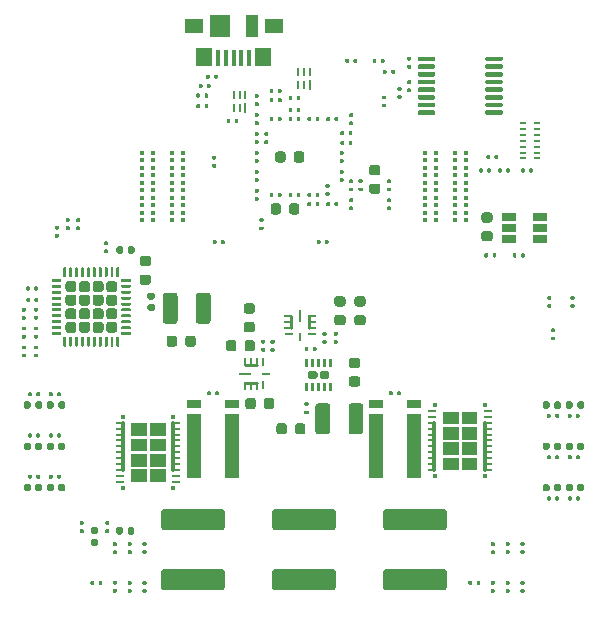
<source format=gbp>
%TF.GenerationSoftware,KiCad,Pcbnew,(5.1.6)-1*%
%TF.CreationDate,2021-01-07T11:05:39+01:00*%
%TF.ProjectId,omodri_laas,6f6d6f64-7269-45f6-9c61-61732e6b6963,1.0*%
%TF.SameCoordinates,Original*%
%TF.FileFunction,Paste,Bot*%
%TF.FilePolarity,Positive*%
%FSLAX46Y46*%
G04 Gerber Fmt 4.6, Leading zero omitted, Abs format (unit mm)*
G04 Created by KiCad (PCBNEW (5.1.6)-1) date 2021-01-07 11:05:39*
%MOMM*%
%LPD*%
G01*
G04 APERTURE LIST*
%ADD10C,0.100000*%
%ADD11C,0.300000*%
%ADD12C,0.250000*%
%ADD13R,0.700001X0.249999*%
%ADD14R,0.429999X0.375001*%
%ADD15C,0.400000*%
%ADD16R,0.499999X0.200000*%
%ADD17R,0.250000X0.700000*%
%ADD18R,0.700000X0.250000*%
%ADD19R,1.100000X0.250000*%
%ADD20R,0.250000X0.800000*%
%ADD21R,0.250000X1.100000*%
%ADD22R,0.800000X0.250000*%
%ADD23R,1.200000X0.700000*%
%ADD24R,1.200000X5.400000*%
%ADD25R,0.280000X0.750000*%
%ADD26R,0.280000X0.850000*%
%ADD27R,1.220000X0.650000*%
%ADD28R,1.000000X1.900000*%
%ADD29R,1.800000X1.900000*%
%ADD30R,1.650000X1.300000*%
%ADD31R,1.425000X1.550000*%
%ADD32R,0.450000X1.380000*%
G04 APERTURE END LIST*
D10*
%TO.C,Q2*%
G36*
X113250000Y-85049999D02*
G01*
X111950000Y-85049999D01*
X111950000Y-86049999D01*
X113250000Y-86049999D01*
X113250000Y-85049999D01*
G37*
X113250000Y-85049999D02*
X111950000Y-85049999D01*
X111950000Y-86049999D01*
X113250000Y-86049999D01*
X113250000Y-85049999D01*
G36*
X111650000Y-85049999D02*
G01*
X110400000Y-85049999D01*
X110400000Y-86049999D01*
X111650000Y-86049999D01*
X111650000Y-85049999D01*
G37*
X111650000Y-85049999D02*
X110400000Y-85049999D01*
X110400000Y-86049999D01*
X111650000Y-86049999D01*
X111650000Y-85049999D01*
G36*
X113250000Y-86349999D02*
G01*
X111950000Y-86349999D01*
X111950000Y-87349999D01*
X113250000Y-87349999D01*
X113250000Y-86349999D01*
G37*
X113250000Y-86349999D02*
X111950000Y-86349999D01*
X111950000Y-87349999D01*
X113250000Y-87349999D01*
X113250000Y-86349999D01*
G36*
X111650000Y-86349999D02*
G01*
X110400000Y-86349999D01*
X110400000Y-87349999D01*
X111650000Y-87349999D01*
X111650000Y-86349999D01*
G37*
X111650000Y-86349999D02*
X110400000Y-86349999D01*
X110400000Y-87349999D01*
X111650000Y-87349999D01*
X111650000Y-86349999D01*
G36*
X113250000Y-87649999D02*
G01*
X111950000Y-87649999D01*
X111950000Y-88649999D01*
X113250000Y-88649999D01*
X113250000Y-87649999D01*
G37*
X113250000Y-87649999D02*
X111950000Y-87649999D01*
X111950000Y-88649999D01*
X113250000Y-88649999D01*
X113250000Y-87649999D01*
G36*
X111650000Y-87649999D02*
G01*
X110400000Y-87649999D01*
X110400000Y-88649999D01*
X111650000Y-88649999D01*
X111650000Y-87649999D01*
G37*
X111650000Y-87649999D02*
X110400000Y-87649999D01*
X110400000Y-88649999D01*
X111650000Y-88649999D01*
X111650000Y-87649999D01*
G36*
X113250000Y-88949999D02*
G01*
X111950000Y-88949999D01*
X111950000Y-89949999D01*
X113250000Y-89949999D01*
X113250000Y-88949999D01*
G37*
X113250000Y-88949999D02*
X111950000Y-88949999D01*
X111950000Y-89949999D01*
X113250000Y-89949999D01*
X113250000Y-88949999D01*
G36*
X111650000Y-88949999D02*
G01*
X110400000Y-88949999D01*
X110400000Y-89949999D01*
X111650000Y-89949999D01*
X111650000Y-88949999D01*
G37*
X111650000Y-88949999D02*
X110400000Y-88949999D01*
X110400000Y-89949999D01*
X111650000Y-89949999D01*
X111650000Y-88949999D01*
D11*
X109650000Y-85029999D02*
X109650000Y-88969999D01*
X113950000Y-85029999D02*
X113950000Y-88969999D01*
D10*
%TO.C,Q5*%
G36*
X136750000Y-88950001D02*
G01*
X138050000Y-88950001D01*
X138050000Y-87950001D01*
X136750000Y-87950001D01*
X136750000Y-88950001D01*
G37*
X136750000Y-88950001D02*
X138050000Y-88950001D01*
X138050000Y-87950001D01*
X136750000Y-87950001D01*
X136750000Y-88950001D01*
G36*
X138350000Y-88950001D02*
G01*
X139600000Y-88950001D01*
X139600000Y-87950001D01*
X138350000Y-87950001D01*
X138350000Y-88950001D01*
G37*
X138350000Y-88950001D02*
X139600000Y-88950001D01*
X139600000Y-87950001D01*
X138350000Y-87950001D01*
X138350000Y-88950001D01*
G36*
X136750000Y-87650001D02*
G01*
X138050000Y-87650001D01*
X138050000Y-86650001D01*
X136750000Y-86650001D01*
X136750000Y-87650001D01*
G37*
X136750000Y-87650001D02*
X138050000Y-87650001D01*
X138050000Y-86650001D01*
X136750000Y-86650001D01*
X136750000Y-87650001D01*
G36*
X138350000Y-87650001D02*
G01*
X139600000Y-87650001D01*
X139600000Y-86650001D01*
X138350000Y-86650001D01*
X138350000Y-87650001D01*
G37*
X138350000Y-87650001D02*
X139600000Y-87650001D01*
X139600000Y-86650001D01*
X138350000Y-86650001D01*
X138350000Y-87650001D01*
G36*
X136750000Y-86350001D02*
G01*
X138050000Y-86350001D01*
X138050000Y-85350001D01*
X136750000Y-85350001D01*
X136750000Y-86350001D01*
G37*
X136750000Y-86350001D02*
X138050000Y-86350001D01*
X138050000Y-85350001D01*
X136750000Y-85350001D01*
X136750000Y-86350001D01*
G36*
X138350000Y-86350001D02*
G01*
X139600000Y-86350001D01*
X139600000Y-85350001D01*
X138350000Y-85350001D01*
X138350000Y-86350001D01*
G37*
X138350000Y-86350001D02*
X139600000Y-86350001D01*
X139600000Y-85350001D01*
X138350000Y-85350001D01*
X138350000Y-86350001D01*
G36*
X136750000Y-85050001D02*
G01*
X138050000Y-85050001D01*
X138050000Y-84050001D01*
X136750000Y-84050001D01*
X136750000Y-85050001D01*
G37*
X136750000Y-85050001D02*
X138050000Y-85050001D01*
X138050000Y-84050001D01*
X136750000Y-84050001D01*
X136750000Y-85050001D01*
G36*
X138350000Y-85050001D02*
G01*
X139600000Y-85050001D01*
X139600000Y-84050001D01*
X138350000Y-84050001D01*
X138350000Y-85050001D01*
G37*
X138350000Y-85050001D02*
X139600000Y-85050001D01*
X139600000Y-84050001D01*
X138350000Y-84050001D01*
X138350000Y-85050001D01*
D11*
X140350000Y-88970001D02*
X140350000Y-85030001D01*
X136050000Y-88970001D02*
X136050000Y-85030001D01*
D12*
%TO.C,U4*%
X121050000Y-81637500D02*
X120050000Y-81637500D01*
X121050000Y-80087500D02*
X120050000Y-80087500D01*
%TO.C,U3*%
X123875000Y-77000000D02*
X123875000Y-76000000D01*
X125425000Y-77000000D02*
X125425000Y-76000000D01*
%TD*%
D13*
%TO.C,Q2*%
X109450000Y-89999999D03*
X109450000Y-89500000D03*
X109450000Y-88999999D03*
X109450000Y-88500000D03*
X109450000Y-87999998D03*
X109450000Y-87499999D03*
X109450000Y-87000000D03*
X109450000Y-86499998D03*
X109450000Y-85999999D03*
X109450000Y-85499998D03*
X109450000Y-84999999D03*
X114150000Y-84999999D03*
X114150000Y-85499998D03*
X114150000Y-85999999D03*
X114150000Y-86499998D03*
X114150000Y-87000000D03*
X114150000Y-87499999D03*
X114150000Y-87999998D03*
X114150000Y-88500000D03*
X114150000Y-88999999D03*
X114150000Y-89500000D03*
X114150000Y-89999999D03*
D14*
X109685000Y-90512998D03*
X109685000Y-84487000D03*
X113915000Y-84487000D03*
X113915000Y-90512998D03*
%TD*%
D13*
%TO.C,Q5*%
X140550000Y-84000001D03*
X140550000Y-84500000D03*
X140550000Y-85000001D03*
X140550000Y-85500000D03*
X140550000Y-86000002D03*
X140550000Y-86500001D03*
X140550000Y-87000000D03*
X140550000Y-87500002D03*
X140550000Y-88000001D03*
X140550000Y-88500002D03*
X140550000Y-89000001D03*
X135850000Y-89000001D03*
X135850000Y-88500002D03*
X135850000Y-88000001D03*
X135850000Y-87500002D03*
X135850000Y-87000000D03*
X135850000Y-86500001D03*
X135850000Y-86000002D03*
X135850000Y-85500000D03*
X135850000Y-85000001D03*
X135850000Y-84500000D03*
X135850000Y-84000001D03*
D14*
X140315000Y-83487002D03*
X140315000Y-89513000D03*
X136085000Y-89513000D03*
X136085000Y-83487002D03*
%TD*%
D15*
%TO.C,J15*%
X113790000Y-67857500D03*
X113790000Y-67222500D03*
X113790000Y-66587500D03*
X113790000Y-65952500D03*
X113790000Y-65317500D03*
X113790000Y-64682500D03*
X113790000Y-64047500D03*
X113790000Y-63412500D03*
X113790000Y-62777500D03*
X113790000Y-62142500D03*
X114750000Y-67857500D03*
X114750000Y-67222500D03*
X114750000Y-66587500D03*
X114750000Y-65952500D03*
X114750000Y-65317500D03*
X114750000Y-64682500D03*
X114750000Y-64047500D03*
X114750000Y-63412500D03*
X114750000Y-62777500D03*
X114750000Y-62142500D03*
X112210000Y-67857500D03*
X112210000Y-67222500D03*
X112210000Y-66587500D03*
X112210000Y-65952500D03*
X112210000Y-65317500D03*
X112210000Y-64682500D03*
X112210000Y-64047500D03*
X112210000Y-63412500D03*
X112210000Y-62777500D03*
X112210000Y-62142500D03*
X111250000Y-67857500D03*
X111250000Y-67222500D03*
X111250000Y-66587500D03*
X111250000Y-65952500D03*
X111250000Y-65317500D03*
X111250000Y-64682500D03*
X111250000Y-64047500D03*
X111250000Y-63412500D03*
X111250000Y-62777500D03*
X111250000Y-62142500D03*
%TD*%
D16*
%TO.C,U13*%
X144775000Y-59624995D03*
X144775000Y-60124994D03*
X144775000Y-60624996D03*
X144775000Y-61124995D03*
X144775000Y-61624997D03*
X144775000Y-62124996D03*
X144775000Y-62624995D03*
X143525000Y-62624995D03*
X143525000Y-62124996D03*
X143525000Y-61624997D03*
X143525000Y-61124995D03*
X143525000Y-60624996D03*
X143525000Y-60124994D03*
X143525000Y-59624995D03*
%TD*%
%TO.C,C88*%
G36*
G01*
X104101000Y-86180500D02*
X104101000Y-85979500D01*
G75*
G02*
X104180500Y-85900000I79500J0D01*
G01*
X104339500Y-85900000D01*
G75*
G02*
X104419000Y-85979500I0J-79500D01*
G01*
X104419000Y-86180500D01*
G75*
G02*
X104339500Y-86260000I-79500J0D01*
G01*
X104180500Y-86260000D01*
G75*
G02*
X104101000Y-86180500I0J79500D01*
G01*
G37*
G36*
G01*
X103411000Y-86180500D02*
X103411000Y-85979500D01*
G75*
G02*
X103490500Y-85900000I79500J0D01*
G01*
X103649500Y-85900000D01*
G75*
G02*
X103729000Y-85979500I0J-79500D01*
G01*
X103729000Y-86180500D01*
G75*
G02*
X103649500Y-86260000I-79500J0D01*
G01*
X103490500Y-86260000D01*
G75*
G02*
X103411000Y-86180500I0J79500D01*
G01*
G37*
%TD*%
%TO.C,R61*%
G36*
G01*
X145880500Y-74594000D02*
X145679500Y-74594000D01*
G75*
G02*
X145600000Y-74514500I0J79500D01*
G01*
X145600000Y-74355500D01*
G75*
G02*
X145679500Y-74276000I79500J0D01*
G01*
X145880500Y-74276000D01*
G75*
G02*
X145960000Y-74355500I0J-79500D01*
G01*
X145960000Y-74514500D01*
G75*
G02*
X145880500Y-74594000I-79500J0D01*
G01*
G37*
G36*
G01*
X145880500Y-75284000D02*
X145679500Y-75284000D01*
G75*
G02*
X145600000Y-75204500I0J79500D01*
G01*
X145600000Y-75045500D01*
G75*
G02*
X145679500Y-74966000I79500J0D01*
G01*
X145880500Y-74966000D01*
G75*
G02*
X145960000Y-75045500I0J-79500D01*
G01*
X145960000Y-75204500D01*
G75*
G02*
X145880500Y-75284000I-79500J0D01*
G01*
G37*
%TD*%
%TO.C,R60*%
G36*
G01*
X147830500Y-74594000D02*
X147629500Y-74594000D01*
G75*
G02*
X147550000Y-74514500I0J79500D01*
G01*
X147550000Y-74355500D01*
G75*
G02*
X147629500Y-74276000I79500J0D01*
G01*
X147830500Y-74276000D01*
G75*
G02*
X147910000Y-74355500I0J-79500D01*
G01*
X147910000Y-74514500D01*
G75*
G02*
X147830500Y-74594000I-79500J0D01*
G01*
G37*
G36*
G01*
X147830500Y-75284000D02*
X147629500Y-75284000D01*
G75*
G02*
X147550000Y-75204500I0J79500D01*
G01*
X147550000Y-75045500D01*
G75*
G02*
X147629500Y-74966000I79500J0D01*
G01*
X147830500Y-74966000D01*
G75*
G02*
X147910000Y-75045500I0J-79500D01*
G01*
X147910000Y-75204500D01*
G75*
G02*
X147830500Y-75284000I-79500J0D01*
G01*
G37*
%TD*%
%TO.C,C98*%
G36*
G01*
X145999500Y-77706000D02*
X146200500Y-77706000D01*
G75*
G02*
X146280000Y-77785500I0J-79500D01*
G01*
X146280000Y-77944500D01*
G75*
G02*
X146200500Y-78024000I-79500J0D01*
G01*
X145999500Y-78024000D01*
G75*
G02*
X145920000Y-77944500I0J79500D01*
G01*
X145920000Y-77785500D01*
G75*
G02*
X145999500Y-77706000I79500J0D01*
G01*
G37*
G36*
G01*
X145999500Y-77016000D02*
X146200500Y-77016000D01*
G75*
G02*
X146280000Y-77095500I0J-79500D01*
G01*
X146280000Y-77254500D01*
G75*
G02*
X146200500Y-77334000I-79500J0D01*
G01*
X145999500Y-77334000D01*
G75*
G02*
X145920000Y-77254500I0J79500D01*
G01*
X145920000Y-77095500D01*
G75*
G02*
X145999500Y-77016000I79500J0D01*
G01*
G37*
%TD*%
D17*
%TO.C,U4*%
X120050000Y-79862500D03*
X120550000Y-79862500D03*
X121050000Y-79862500D03*
X120050000Y-81862500D03*
X120550000Y-81862500D03*
X121050000Y-81862500D03*
D18*
X121750000Y-80862500D03*
D17*
X121550000Y-79862500D03*
D19*
X120050000Y-80862500D03*
D20*
X121550000Y-81812500D03*
%TD*%
D18*
%TO.C,U3*%
X125650000Y-76000000D03*
X125650000Y-76500000D03*
X125650000Y-77000000D03*
X123650000Y-76000000D03*
X123650000Y-76500000D03*
X123650000Y-77000000D03*
D17*
X124650000Y-77700000D03*
D18*
X125650000Y-77500000D03*
D21*
X124650000Y-76000000D03*
D22*
X123700000Y-77500000D03*
%TD*%
D23*
%TO.C,R56*%
X131100000Y-83450000D03*
X134300000Y-83450000D03*
D24*
X131100000Y-87000000D03*
X134300000Y-87000000D03*
%TD*%
%TO.C,C1*%
G36*
G01*
X105100500Y-68004000D02*
X104899500Y-68004000D01*
G75*
G02*
X104820000Y-67924500I0J79500D01*
G01*
X104820000Y-67765500D01*
G75*
G02*
X104899500Y-67686000I79500J0D01*
G01*
X105100500Y-67686000D01*
G75*
G02*
X105180000Y-67765500I0J-79500D01*
G01*
X105180000Y-67924500D01*
G75*
G02*
X105100500Y-68004000I-79500J0D01*
G01*
G37*
G36*
G01*
X105100500Y-68694000D02*
X104899500Y-68694000D01*
G75*
G02*
X104820000Y-68614500I0J79500D01*
G01*
X104820000Y-68455500D01*
G75*
G02*
X104899500Y-68376000I79500J0D01*
G01*
X105100500Y-68376000D01*
G75*
G02*
X105180000Y-68455500I0J-79500D01*
G01*
X105180000Y-68614500D01*
G75*
G02*
X105100500Y-68694000I-79500J0D01*
G01*
G37*
%TD*%
%TO.C,C3*%
G36*
G01*
X129100500Y-64714000D02*
X128899500Y-64714000D01*
G75*
G02*
X128820000Y-64634500I0J79500D01*
G01*
X128820000Y-64475500D01*
G75*
G02*
X128899500Y-64396000I79500J0D01*
G01*
X129100500Y-64396000D01*
G75*
G02*
X129180000Y-64475500I0J-79500D01*
G01*
X129180000Y-64634500D01*
G75*
G02*
X129100500Y-64714000I-79500J0D01*
G01*
G37*
G36*
G01*
X129100500Y-65404000D02*
X128899500Y-65404000D01*
G75*
G02*
X128820000Y-65324500I0J79500D01*
G01*
X128820000Y-65165500D01*
G75*
G02*
X128899500Y-65086000I79500J0D01*
G01*
X129100500Y-65086000D01*
G75*
G02*
X129180000Y-65165500I0J-79500D01*
G01*
X129180000Y-65324500D01*
G75*
G02*
X129100500Y-65404000I-79500J0D01*
G01*
G37*
%TD*%
%TO.C,C4*%
G36*
G01*
X128899500Y-66686000D02*
X129100500Y-66686000D01*
G75*
G02*
X129180000Y-66765500I0J-79500D01*
G01*
X129180000Y-66924500D01*
G75*
G02*
X129100500Y-67004000I-79500J0D01*
G01*
X128899500Y-67004000D01*
G75*
G02*
X128820000Y-66924500I0J79500D01*
G01*
X128820000Y-66765500D01*
G75*
G02*
X128899500Y-66686000I79500J0D01*
G01*
G37*
G36*
G01*
X128899500Y-65996000D02*
X129100500Y-65996000D01*
G75*
G02*
X129180000Y-66075500I0J-79500D01*
G01*
X129180000Y-66234500D01*
G75*
G02*
X129100500Y-66314000I-79500J0D01*
G01*
X128899500Y-66314000D01*
G75*
G02*
X128820000Y-66234500I0J79500D01*
G01*
X128820000Y-66075500D01*
G75*
G02*
X128899500Y-65996000I79500J0D01*
G01*
G37*
%TD*%
%TO.C,C5*%
G36*
G01*
X128414000Y-61199500D02*
X128414000Y-61400500D01*
G75*
G02*
X128334500Y-61480000I-79500J0D01*
G01*
X128175500Y-61480000D01*
G75*
G02*
X128096000Y-61400500I0J79500D01*
G01*
X128096000Y-61199500D01*
G75*
G02*
X128175500Y-61120000I79500J0D01*
G01*
X128334500Y-61120000D01*
G75*
G02*
X128414000Y-61199500I0J-79500D01*
G01*
G37*
G36*
G01*
X129104000Y-61199500D02*
X129104000Y-61400500D01*
G75*
G02*
X129024500Y-61480000I-79500J0D01*
G01*
X128865500Y-61480000D01*
G75*
G02*
X128786000Y-61400500I0J79500D01*
G01*
X128786000Y-61199500D01*
G75*
G02*
X128865500Y-61120000I79500J0D01*
G01*
X129024500Y-61120000D01*
G75*
G02*
X129104000Y-61199500I0J-79500D01*
G01*
G37*
%TD*%
%TO.C,C6*%
G36*
G01*
X128414000Y-60399500D02*
X128414000Y-60600500D01*
G75*
G02*
X128334500Y-60680000I-79500J0D01*
G01*
X128175500Y-60680000D01*
G75*
G02*
X128096000Y-60600500I0J79500D01*
G01*
X128096000Y-60399500D01*
G75*
G02*
X128175500Y-60320000I79500J0D01*
G01*
X128334500Y-60320000D01*
G75*
G02*
X128414000Y-60399500I0J-79500D01*
G01*
G37*
G36*
G01*
X129104000Y-60399500D02*
X129104000Y-60600500D01*
G75*
G02*
X129024500Y-60680000I-79500J0D01*
G01*
X128865500Y-60680000D01*
G75*
G02*
X128786000Y-60600500I0J79500D01*
G01*
X128786000Y-60399500D01*
G75*
G02*
X128865500Y-60320000I79500J0D01*
G01*
X129024500Y-60320000D01*
G75*
G02*
X129104000Y-60399500I0J-79500D01*
G01*
G37*
%TD*%
%TO.C,C7*%
G36*
G01*
X122414000Y-57599500D02*
X122414000Y-57800500D01*
G75*
G02*
X122334500Y-57880000I-79500J0D01*
G01*
X122175500Y-57880000D01*
G75*
G02*
X122096000Y-57800500I0J79500D01*
G01*
X122096000Y-57599500D01*
G75*
G02*
X122175500Y-57520000I79500J0D01*
G01*
X122334500Y-57520000D01*
G75*
G02*
X122414000Y-57599500I0J-79500D01*
G01*
G37*
G36*
G01*
X123104000Y-57599500D02*
X123104000Y-57800500D01*
G75*
G02*
X123024500Y-57880000I-79500J0D01*
G01*
X122865500Y-57880000D01*
G75*
G02*
X122786000Y-57800500I0J79500D01*
G01*
X122786000Y-57599500D01*
G75*
G02*
X122865500Y-57520000I79500J0D01*
G01*
X123024500Y-57520000D01*
G75*
G02*
X123104000Y-57599500I0J-79500D01*
G01*
G37*
%TD*%
%TO.C,C8*%
G36*
G01*
X122414000Y-56799500D02*
X122414000Y-57000500D01*
G75*
G02*
X122334500Y-57080000I-79500J0D01*
G01*
X122175500Y-57080000D01*
G75*
G02*
X122096000Y-57000500I0J79500D01*
G01*
X122096000Y-56799500D01*
G75*
G02*
X122175500Y-56720000I79500J0D01*
G01*
X122334500Y-56720000D01*
G75*
G02*
X122414000Y-56799500I0J-79500D01*
G01*
G37*
G36*
G01*
X123104000Y-56799500D02*
X123104000Y-57000500D01*
G75*
G02*
X123024500Y-57080000I-79500J0D01*
G01*
X122865500Y-57080000D01*
G75*
G02*
X122786000Y-57000500I0J79500D01*
G01*
X122786000Y-56799500D01*
G75*
G02*
X122865500Y-56720000I79500J0D01*
G01*
X123024500Y-56720000D01*
G75*
G02*
X123104000Y-56799500I0J-79500D01*
G01*
G37*
%TD*%
%TO.C,C9*%
G36*
G01*
X128775000Y-85745000D02*
X128775000Y-83595000D01*
G75*
G02*
X129025000Y-83345000I250000J0D01*
G01*
X129775000Y-83345000D01*
G75*
G02*
X130025000Y-83595000I0J-250000D01*
G01*
X130025000Y-85745000D01*
G75*
G02*
X129775000Y-85995000I-250000J0D01*
G01*
X129025000Y-85995000D01*
G75*
G02*
X128775000Y-85745000I0J250000D01*
G01*
G37*
G36*
G01*
X125975000Y-85745000D02*
X125975000Y-83595000D01*
G75*
G02*
X126225000Y-83345000I250000J0D01*
G01*
X126975000Y-83345000D01*
G75*
G02*
X127225000Y-83595000I0J-250000D01*
G01*
X127225000Y-85745000D01*
G75*
G02*
X126975000Y-85995000I-250000J0D01*
G01*
X126225000Y-85995000D01*
G75*
G02*
X125975000Y-85745000I0J250000D01*
G01*
G37*
%TD*%
%TO.C,C11*%
G36*
G01*
X125756000Y-78850500D02*
X125756000Y-78649500D01*
G75*
G02*
X125835500Y-78570000I79500J0D01*
G01*
X125994500Y-78570000D01*
G75*
G02*
X126074000Y-78649500I0J-79500D01*
G01*
X126074000Y-78850500D01*
G75*
G02*
X125994500Y-78930000I-79500J0D01*
G01*
X125835500Y-78930000D01*
G75*
G02*
X125756000Y-78850500I0J79500D01*
G01*
G37*
G36*
G01*
X125066000Y-78850500D02*
X125066000Y-78649500D01*
G75*
G02*
X125145500Y-78570000I79500J0D01*
G01*
X125304500Y-78570000D01*
G75*
G02*
X125384000Y-78649500I0J-79500D01*
G01*
X125384000Y-78850500D01*
G75*
G02*
X125304500Y-78930000I-79500J0D01*
G01*
X125145500Y-78930000D01*
G75*
G02*
X125066000Y-78850500I0J79500D01*
G01*
G37*
%TD*%
%TO.C,C12*%
G36*
G01*
X125119500Y-83976000D02*
X125320500Y-83976000D01*
G75*
G02*
X125400000Y-84055500I0J-79500D01*
G01*
X125400000Y-84214500D01*
G75*
G02*
X125320500Y-84294000I-79500J0D01*
G01*
X125119500Y-84294000D01*
G75*
G02*
X125040000Y-84214500I0J79500D01*
G01*
X125040000Y-84055500D01*
G75*
G02*
X125119500Y-83976000I79500J0D01*
G01*
G37*
G36*
G01*
X125119500Y-83286000D02*
X125320500Y-83286000D01*
G75*
G02*
X125400000Y-83365500I0J-79500D01*
G01*
X125400000Y-83524500D01*
G75*
G02*
X125320500Y-83604000I-79500J0D01*
G01*
X125119500Y-83604000D01*
G75*
G02*
X125040000Y-83524500I0J79500D01*
G01*
X125040000Y-83365500D01*
G75*
G02*
X125119500Y-83286000I79500J0D01*
G01*
G37*
%TD*%
%TO.C,C13*%
G36*
G01*
X120925000Y-83117500D02*
X120925000Y-83630000D01*
G75*
G02*
X120706250Y-83848750I-218750J0D01*
G01*
X120268750Y-83848750D01*
G75*
G02*
X120050000Y-83630000I0J218750D01*
G01*
X120050000Y-83117500D01*
G75*
G02*
X120268750Y-82898750I218750J0D01*
G01*
X120706250Y-82898750D01*
G75*
G02*
X120925000Y-83117500I0J-218750D01*
G01*
G37*
G36*
G01*
X122500000Y-83117500D02*
X122500000Y-83630000D01*
G75*
G02*
X122281250Y-83848750I-218750J0D01*
G01*
X121843750Y-83848750D01*
G75*
G02*
X121625000Y-83630000I0J218750D01*
G01*
X121625000Y-83117500D01*
G75*
G02*
X121843750Y-82898750I218750J0D01*
G01*
X122281250Y-82898750D01*
G75*
G02*
X122500000Y-83117500I0J-218750D01*
G01*
G37*
%TD*%
%TO.C,C14*%
G36*
G01*
X123750000Y-67156250D02*
X123750000Y-66643750D01*
G75*
G02*
X123968750Y-66425000I218750J0D01*
G01*
X124406250Y-66425000D01*
G75*
G02*
X124625000Y-66643750I0J-218750D01*
G01*
X124625000Y-67156250D01*
G75*
G02*
X124406250Y-67375000I-218750J0D01*
G01*
X123968750Y-67375000D01*
G75*
G02*
X123750000Y-67156250I0J218750D01*
G01*
G37*
G36*
G01*
X122175000Y-67156250D02*
X122175000Y-66643750D01*
G75*
G02*
X122393750Y-66425000I218750J0D01*
G01*
X122831250Y-66425000D01*
G75*
G02*
X123050000Y-66643750I0J-218750D01*
G01*
X123050000Y-67156250D01*
G75*
G02*
X122831250Y-67375000I-218750J0D01*
G01*
X122393750Y-67375000D01*
G75*
G02*
X122175000Y-67156250I0J218750D01*
G01*
G37*
%TD*%
%TO.C,C15*%
G36*
G01*
X124386000Y-65800500D02*
X124386000Y-65599500D01*
G75*
G02*
X124465500Y-65520000I79500J0D01*
G01*
X124624500Y-65520000D01*
G75*
G02*
X124704000Y-65599500I0J-79500D01*
G01*
X124704000Y-65800500D01*
G75*
G02*
X124624500Y-65880000I-79500J0D01*
G01*
X124465500Y-65880000D01*
G75*
G02*
X124386000Y-65800500I0J79500D01*
G01*
G37*
G36*
G01*
X123696000Y-65800500D02*
X123696000Y-65599500D01*
G75*
G02*
X123775500Y-65520000I79500J0D01*
G01*
X123934500Y-65520000D01*
G75*
G02*
X124014000Y-65599500I0J-79500D01*
G01*
X124014000Y-65800500D01*
G75*
G02*
X123934500Y-65880000I-79500J0D01*
G01*
X123775500Y-65880000D01*
G75*
G02*
X123696000Y-65800500I0J79500D01*
G01*
G37*
%TD*%
%TO.C,C16*%
G36*
G01*
X131256250Y-64050000D02*
X130743750Y-64050000D01*
G75*
G02*
X130525000Y-63831250I0J218750D01*
G01*
X130525000Y-63393750D01*
G75*
G02*
X130743750Y-63175000I218750J0D01*
G01*
X131256250Y-63175000D01*
G75*
G02*
X131475000Y-63393750I0J-218750D01*
G01*
X131475000Y-63831250D01*
G75*
G02*
X131256250Y-64050000I-218750J0D01*
G01*
G37*
G36*
G01*
X131256250Y-65625000D02*
X130743750Y-65625000D01*
G75*
G02*
X130525000Y-65406250I0J218750D01*
G01*
X130525000Y-64968750D01*
G75*
G02*
X130743750Y-64750000I218750J0D01*
G01*
X131256250Y-64750000D01*
G75*
G02*
X131475000Y-64968750I0J-218750D01*
G01*
X131475000Y-65406250D01*
G75*
G02*
X131256250Y-65625000I-218750J0D01*
G01*
G37*
%TD*%
%TO.C,C17*%
G36*
G01*
X129900500Y-64714000D02*
X129699500Y-64714000D01*
G75*
G02*
X129620000Y-64634500I0J79500D01*
G01*
X129620000Y-64475500D01*
G75*
G02*
X129699500Y-64396000I79500J0D01*
G01*
X129900500Y-64396000D01*
G75*
G02*
X129980000Y-64475500I0J-79500D01*
G01*
X129980000Y-64634500D01*
G75*
G02*
X129900500Y-64714000I-79500J0D01*
G01*
G37*
G36*
G01*
X129900500Y-65404000D02*
X129699500Y-65404000D01*
G75*
G02*
X129620000Y-65324500I0J79500D01*
G01*
X129620000Y-65165500D01*
G75*
G02*
X129699500Y-65086000I79500J0D01*
G01*
X129900500Y-65086000D01*
G75*
G02*
X129980000Y-65165500I0J-79500D01*
G01*
X129980000Y-65324500D01*
G75*
G02*
X129900500Y-65404000I-79500J0D01*
G01*
G37*
%TD*%
%TO.C,C19*%
G36*
G01*
X129025750Y-81070000D02*
X129538250Y-81070000D01*
G75*
G02*
X129757000Y-81288750I0J-218750D01*
G01*
X129757000Y-81726250D01*
G75*
G02*
X129538250Y-81945000I-218750J0D01*
G01*
X129025750Y-81945000D01*
G75*
G02*
X128807000Y-81726250I0J218750D01*
G01*
X128807000Y-81288750D01*
G75*
G02*
X129025750Y-81070000I218750J0D01*
G01*
G37*
G36*
G01*
X129025750Y-79495000D02*
X129538250Y-79495000D01*
G75*
G02*
X129757000Y-79713750I0J-218750D01*
G01*
X129757000Y-80151250D01*
G75*
G02*
X129538250Y-80370000I-218750J0D01*
G01*
X129025750Y-80370000D01*
G75*
G02*
X128807000Y-80151250I0J218750D01*
G01*
X128807000Y-79713750D01*
G75*
G02*
X129025750Y-79495000I218750J0D01*
G01*
G37*
%TD*%
%TO.C,C21*%
G36*
G01*
X119272500Y-78223750D02*
X119272500Y-78736250D01*
G75*
G02*
X119053750Y-78955000I-218750J0D01*
G01*
X118616250Y-78955000D01*
G75*
G02*
X118397500Y-78736250I0J218750D01*
G01*
X118397500Y-78223750D01*
G75*
G02*
X118616250Y-78005000I218750J0D01*
G01*
X119053750Y-78005000D01*
G75*
G02*
X119272500Y-78223750I0J-218750D01*
G01*
G37*
G36*
G01*
X120847500Y-78223750D02*
X120847500Y-78736250D01*
G75*
G02*
X120628750Y-78955000I-218750J0D01*
G01*
X120191250Y-78955000D01*
G75*
G02*
X119972500Y-78736250I0J218750D01*
G01*
X119972500Y-78223750D01*
G75*
G02*
X120191250Y-78005000I218750J0D01*
G01*
X120628750Y-78005000D01*
G75*
G02*
X120847500Y-78223750I0J-218750D01*
G01*
G37*
%TD*%
%TO.C,C22*%
G36*
G01*
X124150000Y-62756250D02*
X124150000Y-62243750D01*
G75*
G02*
X124368750Y-62025000I218750J0D01*
G01*
X124806250Y-62025000D01*
G75*
G02*
X125025000Y-62243750I0J-218750D01*
G01*
X125025000Y-62756250D01*
G75*
G02*
X124806250Y-62975000I-218750J0D01*
G01*
X124368750Y-62975000D01*
G75*
G02*
X124150000Y-62756250I0J218750D01*
G01*
G37*
G36*
G01*
X122575000Y-62756250D02*
X122575000Y-62243750D01*
G75*
G02*
X122793750Y-62025000I218750J0D01*
G01*
X123231250Y-62025000D01*
G75*
G02*
X123450000Y-62243750I0J-218750D01*
G01*
X123450000Y-62756250D01*
G75*
G02*
X123231250Y-62975000I-218750J0D01*
G01*
X122793750Y-62975000D01*
G75*
G02*
X122575000Y-62756250I0J218750D01*
G01*
G37*
%TD*%
%TO.C,C23*%
G36*
G01*
X124386000Y-59400500D02*
X124386000Y-59199500D01*
G75*
G02*
X124465500Y-59120000I79500J0D01*
G01*
X124624500Y-59120000D01*
G75*
G02*
X124704000Y-59199500I0J-79500D01*
G01*
X124704000Y-59400500D01*
G75*
G02*
X124624500Y-59480000I-79500J0D01*
G01*
X124465500Y-59480000D01*
G75*
G02*
X124386000Y-59400500I0J79500D01*
G01*
G37*
G36*
G01*
X123696000Y-59400500D02*
X123696000Y-59199500D01*
G75*
G02*
X123775500Y-59120000I79500J0D01*
G01*
X123934500Y-59120000D01*
G75*
G02*
X124014000Y-59199500I0J-79500D01*
G01*
X124014000Y-59400500D01*
G75*
G02*
X123934500Y-59480000I-79500J0D01*
G01*
X123775500Y-59480000D01*
G75*
G02*
X123696000Y-59400500I0J79500D01*
G01*
G37*
%TD*%
%TO.C,C26*%
G36*
G01*
X143366000Y-70930500D02*
X143366000Y-70729500D01*
G75*
G02*
X143445500Y-70650000I79500J0D01*
G01*
X143604500Y-70650000D01*
G75*
G02*
X143684000Y-70729500I0J-79500D01*
G01*
X143684000Y-70930500D01*
G75*
G02*
X143604500Y-71010000I-79500J0D01*
G01*
X143445500Y-71010000D01*
G75*
G02*
X143366000Y-70930500I0J79500D01*
G01*
G37*
G36*
G01*
X142676000Y-70930500D02*
X142676000Y-70729500D01*
G75*
G02*
X142755500Y-70650000I79500J0D01*
G01*
X142914500Y-70650000D01*
G75*
G02*
X142994000Y-70729500I0J-79500D01*
G01*
X142994000Y-70930500D01*
G75*
G02*
X142914500Y-71010000I-79500J0D01*
G01*
X142755500Y-71010000D01*
G75*
G02*
X142676000Y-70930500I0J79500D01*
G01*
G37*
%TD*%
%TO.C,C27*%
G36*
G01*
X140604000Y-70729500D02*
X140604000Y-70930500D01*
G75*
G02*
X140524500Y-71010000I-79500J0D01*
G01*
X140365500Y-71010000D01*
G75*
G02*
X140286000Y-70930500I0J79500D01*
G01*
X140286000Y-70729500D01*
G75*
G02*
X140365500Y-70650000I79500J0D01*
G01*
X140524500Y-70650000D01*
G75*
G02*
X140604000Y-70729500I0J-79500D01*
G01*
G37*
G36*
G01*
X141294000Y-70729500D02*
X141294000Y-70930500D01*
G75*
G02*
X141214500Y-71010000I-79500J0D01*
G01*
X141055500Y-71010000D01*
G75*
G02*
X140976000Y-70930500I0J79500D01*
G01*
X140976000Y-70729500D01*
G75*
G02*
X141055500Y-70650000I79500J0D01*
G01*
X141214500Y-70650000D01*
G75*
G02*
X141294000Y-70729500I0J-79500D01*
G01*
G37*
%TD*%
%TO.C,C28*%
G36*
G01*
X140243750Y-68762500D02*
X140756250Y-68762500D01*
G75*
G02*
X140975000Y-68981250I0J-218750D01*
G01*
X140975000Y-69418750D01*
G75*
G02*
X140756250Y-69637500I-218750J0D01*
G01*
X140243750Y-69637500D01*
G75*
G02*
X140025000Y-69418750I0J218750D01*
G01*
X140025000Y-68981250D01*
G75*
G02*
X140243750Y-68762500I218750J0D01*
G01*
G37*
G36*
G01*
X140243750Y-67187500D02*
X140756250Y-67187500D01*
G75*
G02*
X140975000Y-67406250I0J-218750D01*
G01*
X140975000Y-67843750D01*
G75*
G02*
X140756250Y-68062500I-218750J0D01*
G01*
X140243750Y-68062500D01*
G75*
G02*
X140025000Y-67843750I0J218750D01*
G01*
X140025000Y-67406250D01*
G75*
G02*
X140243750Y-67187500I218750J0D01*
G01*
G37*
%TD*%
%TO.C,C29*%
G36*
G01*
X132300500Y-66314000D02*
X132099500Y-66314000D01*
G75*
G02*
X132020000Y-66234500I0J79500D01*
G01*
X132020000Y-66075500D01*
G75*
G02*
X132099500Y-65996000I79500J0D01*
G01*
X132300500Y-65996000D01*
G75*
G02*
X132380000Y-66075500I0J-79500D01*
G01*
X132380000Y-66234500D01*
G75*
G02*
X132300500Y-66314000I-79500J0D01*
G01*
G37*
G36*
G01*
X132300500Y-67004000D02*
X132099500Y-67004000D01*
G75*
G02*
X132020000Y-66924500I0J79500D01*
G01*
X132020000Y-66765500D01*
G75*
G02*
X132099500Y-66686000I79500J0D01*
G01*
X132300500Y-66686000D01*
G75*
G02*
X132380000Y-66765500I0J-79500D01*
G01*
X132380000Y-66924500D01*
G75*
G02*
X132300500Y-67004000I-79500J0D01*
G01*
G37*
%TD*%
%TO.C,C34*%
G36*
G01*
X121100500Y-60714000D02*
X120899500Y-60714000D01*
G75*
G02*
X120820000Y-60634500I0J79500D01*
G01*
X120820000Y-60475500D01*
G75*
G02*
X120899500Y-60396000I79500J0D01*
G01*
X121100500Y-60396000D01*
G75*
G02*
X121180000Y-60475500I0J-79500D01*
G01*
X121180000Y-60634500D01*
G75*
G02*
X121100500Y-60714000I-79500J0D01*
G01*
G37*
G36*
G01*
X121100500Y-61404000D02*
X120899500Y-61404000D01*
G75*
G02*
X120820000Y-61324500I0J79500D01*
G01*
X120820000Y-61165500D01*
G75*
G02*
X120899500Y-61086000I79500J0D01*
G01*
X121100500Y-61086000D01*
G75*
G02*
X121180000Y-61165500I0J-79500D01*
G01*
X121180000Y-61324500D01*
G75*
G02*
X121100500Y-61404000I-79500J0D01*
G01*
G37*
%TD*%
%TO.C,C35*%
G36*
G01*
X120899500Y-64286000D02*
X121100500Y-64286000D01*
G75*
G02*
X121180000Y-64365500I0J-79500D01*
G01*
X121180000Y-64524500D01*
G75*
G02*
X121100500Y-64604000I-79500J0D01*
G01*
X120899500Y-64604000D01*
G75*
G02*
X120820000Y-64524500I0J79500D01*
G01*
X120820000Y-64365500D01*
G75*
G02*
X120899500Y-64286000I79500J0D01*
G01*
G37*
G36*
G01*
X120899500Y-63596000D02*
X121100500Y-63596000D01*
G75*
G02*
X121180000Y-63675500I0J-79500D01*
G01*
X121180000Y-63834500D01*
G75*
G02*
X121100500Y-63914000I-79500J0D01*
G01*
X120899500Y-63914000D01*
G75*
G02*
X120820000Y-63834500I0J79500D01*
G01*
X120820000Y-63675500D01*
G75*
G02*
X120899500Y-63596000I79500J0D01*
G01*
G37*
%TD*%
%TO.C,C36*%
G36*
G01*
X125986000Y-66600500D02*
X125986000Y-66399500D01*
G75*
G02*
X126065500Y-66320000I79500J0D01*
G01*
X126224500Y-66320000D01*
G75*
G02*
X126304000Y-66399500I0J-79500D01*
G01*
X126304000Y-66600500D01*
G75*
G02*
X126224500Y-66680000I-79500J0D01*
G01*
X126065500Y-66680000D01*
G75*
G02*
X125986000Y-66600500I0J79500D01*
G01*
G37*
G36*
G01*
X125296000Y-66600500D02*
X125296000Y-66399500D01*
G75*
G02*
X125375500Y-66320000I79500J0D01*
G01*
X125534500Y-66320000D01*
G75*
G02*
X125614000Y-66399500I0J-79500D01*
G01*
X125614000Y-66600500D01*
G75*
G02*
X125534500Y-66680000I-79500J0D01*
G01*
X125375500Y-66680000D01*
G75*
G02*
X125296000Y-66600500I0J79500D01*
G01*
G37*
%TD*%
%TO.C,C37*%
G36*
G01*
X128300500Y-62314000D02*
X128099500Y-62314000D01*
G75*
G02*
X128020000Y-62234500I0J79500D01*
G01*
X128020000Y-62075500D01*
G75*
G02*
X128099500Y-61996000I79500J0D01*
G01*
X128300500Y-61996000D01*
G75*
G02*
X128380000Y-62075500I0J-79500D01*
G01*
X128380000Y-62234500D01*
G75*
G02*
X128300500Y-62314000I-79500J0D01*
G01*
G37*
G36*
G01*
X128300500Y-63004000D02*
X128099500Y-63004000D01*
G75*
G02*
X128020000Y-62924500I0J79500D01*
G01*
X128020000Y-62765500D01*
G75*
G02*
X128099500Y-62686000I79500J0D01*
G01*
X128300500Y-62686000D01*
G75*
G02*
X128380000Y-62765500I0J-79500D01*
G01*
X128380000Y-62924500D01*
G75*
G02*
X128300500Y-63004000I-79500J0D01*
G01*
G37*
%TD*%
%TO.C,C38*%
G36*
G01*
X129100500Y-59114000D02*
X128899500Y-59114000D01*
G75*
G02*
X128820000Y-59034500I0J79500D01*
G01*
X128820000Y-58875500D01*
G75*
G02*
X128899500Y-58796000I79500J0D01*
G01*
X129100500Y-58796000D01*
G75*
G02*
X129180000Y-58875500I0J-79500D01*
G01*
X129180000Y-59034500D01*
G75*
G02*
X129100500Y-59114000I-79500J0D01*
G01*
G37*
G36*
G01*
X129100500Y-59804000D02*
X128899500Y-59804000D01*
G75*
G02*
X128820000Y-59724500I0J79500D01*
G01*
X128820000Y-59565500D01*
G75*
G02*
X128899500Y-59486000I79500J0D01*
G01*
X129100500Y-59486000D01*
G75*
G02*
X129180000Y-59565500I0J-79500D01*
G01*
X129180000Y-59724500D01*
G75*
G02*
X129100500Y-59804000I-79500J0D01*
G01*
G37*
%TD*%
%TO.C,C39*%
G36*
G01*
X124386000Y-58600500D02*
X124386000Y-58399500D01*
G75*
G02*
X124465500Y-58320000I79500J0D01*
G01*
X124624500Y-58320000D01*
G75*
G02*
X124704000Y-58399500I0J-79500D01*
G01*
X124704000Y-58600500D01*
G75*
G02*
X124624500Y-58680000I-79500J0D01*
G01*
X124465500Y-58680000D01*
G75*
G02*
X124386000Y-58600500I0J79500D01*
G01*
G37*
G36*
G01*
X123696000Y-58600500D02*
X123696000Y-58399500D01*
G75*
G02*
X123775500Y-58320000I79500J0D01*
G01*
X123934500Y-58320000D01*
G75*
G02*
X124014000Y-58399500I0J-79500D01*
G01*
X124014000Y-58600500D01*
G75*
G02*
X123934500Y-58680000I-79500J0D01*
G01*
X123775500Y-58680000D01*
G75*
G02*
X123696000Y-58600500I0J79500D01*
G01*
G37*
%TD*%
%TO.C,C40*%
G36*
G01*
X122786000Y-59400500D02*
X122786000Y-59199500D01*
G75*
G02*
X122865500Y-59120000I79500J0D01*
G01*
X123024500Y-59120000D01*
G75*
G02*
X123104000Y-59199500I0J-79500D01*
G01*
X123104000Y-59400500D01*
G75*
G02*
X123024500Y-59480000I-79500J0D01*
G01*
X122865500Y-59480000D01*
G75*
G02*
X122786000Y-59400500I0J79500D01*
G01*
G37*
G36*
G01*
X122096000Y-59400500D02*
X122096000Y-59199500D01*
G75*
G02*
X122175500Y-59120000I79500J0D01*
G01*
X122334500Y-59120000D01*
G75*
G02*
X122414000Y-59199500I0J-79500D01*
G01*
X122414000Y-59400500D01*
G75*
G02*
X122334500Y-59480000I-79500J0D01*
G01*
X122175500Y-59480000D01*
G75*
G02*
X122096000Y-59400500I0J79500D01*
G01*
G37*
%TD*%
%TO.C,C41*%
G36*
G01*
X121100500Y-59114000D02*
X120899500Y-59114000D01*
G75*
G02*
X120820000Y-59034500I0J79500D01*
G01*
X120820000Y-58875500D01*
G75*
G02*
X120899500Y-58796000I79500J0D01*
G01*
X121100500Y-58796000D01*
G75*
G02*
X121180000Y-58875500I0J-79500D01*
G01*
X121180000Y-59034500D01*
G75*
G02*
X121100500Y-59114000I-79500J0D01*
G01*
G37*
G36*
G01*
X121100500Y-59804000D02*
X120899500Y-59804000D01*
G75*
G02*
X120820000Y-59724500I0J79500D01*
G01*
X120820000Y-59565500D01*
G75*
G02*
X120899500Y-59486000I79500J0D01*
G01*
X121100500Y-59486000D01*
G75*
G02*
X121180000Y-59565500I0J-79500D01*
G01*
X121180000Y-59724500D01*
G75*
G02*
X121100500Y-59804000I-79500J0D01*
G01*
G37*
%TD*%
%TO.C,C42*%
G36*
G01*
X121100500Y-62314000D02*
X120899500Y-62314000D01*
G75*
G02*
X120820000Y-62234500I0J79500D01*
G01*
X120820000Y-62075500D01*
G75*
G02*
X120899500Y-61996000I79500J0D01*
G01*
X121100500Y-61996000D01*
G75*
G02*
X121180000Y-62075500I0J-79500D01*
G01*
X121180000Y-62234500D01*
G75*
G02*
X121100500Y-62314000I-79500J0D01*
G01*
G37*
G36*
G01*
X121100500Y-63004000D02*
X120899500Y-63004000D01*
G75*
G02*
X120820000Y-62924500I0J79500D01*
G01*
X120820000Y-62765500D01*
G75*
G02*
X120899500Y-62686000I79500J0D01*
G01*
X121100500Y-62686000D01*
G75*
G02*
X121180000Y-62765500I0J-79500D01*
G01*
X121180000Y-62924500D01*
G75*
G02*
X121100500Y-63004000I-79500J0D01*
G01*
G37*
%TD*%
%TO.C,C43*%
G36*
G01*
X120899500Y-65886000D02*
X121100500Y-65886000D01*
G75*
G02*
X121180000Y-65965500I0J-79500D01*
G01*
X121180000Y-66124500D01*
G75*
G02*
X121100500Y-66204000I-79500J0D01*
G01*
X120899500Y-66204000D01*
G75*
G02*
X120820000Y-66124500I0J79500D01*
G01*
X120820000Y-65965500D01*
G75*
G02*
X120899500Y-65886000I79500J0D01*
G01*
G37*
G36*
G01*
X120899500Y-65196000D02*
X121100500Y-65196000D01*
G75*
G02*
X121180000Y-65275500I0J-79500D01*
G01*
X121180000Y-65434500D01*
G75*
G02*
X121100500Y-65514000I-79500J0D01*
G01*
X120899500Y-65514000D01*
G75*
G02*
X120820000Y-65434500I0J79500D01*
G01*
X120820000Y-65275500D01*
G75*
G02*
X120899500Y-65196000I79500J0D01*
G01*
G37*
%TD*%
%TO.C,C44*%
G36*
G01*
X122414000Y-65599500D02*
X122414000Y-65800500D01*
G75*
G02*
X122334500Y-65880000I-79500J0D01*
G01*
X122175500Y-65880000D01*
G75*
G02*
X122096000Y-65800500I0J79500D01*
G01*
X122096000Y-65599500D01*
G75*
G02*
X122175500Y-65520000I79500J0D01*
G01*
X122334500Y-65520000D01*
G75*
G02*
X122414000Y-65599500I0J-79500D01*
G01*
G37*
G36*
G01*
X123104000Y-65599500D02*
X123104000Y-65800500D01*
G75*
G02*
X123024500Y-65880000I-79500J0D01*
G01*
X122865500Y-65880000D01*
G75*
G02*
X122786000Y-65800500I0J79500D01*
G01*
X122786000Y-65599500D01*
G75*
G02*
X122865500Y-65520000I79500J0D01*
G01*
X123024500Y-65520000D01*
G75*
G02*
X123104000Y-65599500I0J-79500D01*
G01*
G37*
%TD*%
%TO.C,C45*%
G36*
G01*
X127586000Y-66600500D02*
X127586000Y-66399500D01*
G75*
G02*
X127665500Y-66320000I79500J0D01*
G01*
X127824500Y-66320000D01*
G75*
G02*
X127904000Y-66399500I0J-79500D01*
G01*
X127904000Y-66600500D01*
G75*
G02*
X127824500Y-66680000I-79500J0D01*
G01*
X127665500Y-66680000D01*
G75*
G02*
X127586000Y-66600500I0J79500D01*
G01*
G37*
G36*
G01*
X126896000Y-66600500D02*
X126896000Y-66399500D01*
G75*
G02*
X126975500Y-66320000I79500J0D01*
G01*
X127134500Y-66320000D01*
G75*
G02*
X127214000Y-66399500I0J-79500D01*
G01*
X127214000Y-66600500D01*
G75*
G02*
X127134500Y-66680000I-79500J0D01*
G01*
X126975500Y-66680000D01*
G75*
G02*
X126896000Y-66600500I0J79500D01*
G01*
G37*
%TD*%
%TO.C,C46*%
G36*
G01*
X128099500Y-64286000D02*
X128300500Y-64286000D01*
G75*
G02*
X128380000Y-64365500I0J-79500D01*
G01*
X128380000Y-64524500D01*
G75*
G02*
X128300500Y-64604000I-79500J0D01*
G01*
X128099500Y-64604000D01*
G75*
G02*
X128020000Y-64524500I0J79500D01*
G01*
X128020000Y-64365500D01*
G75*
G02*
X128099500Y-64286000I79500J0D01*
G01*
G37*
G36*
G01*
X128099500Y-63596000D02*
X128300500Y-63596000D01*
G75*
G02*
X128380000Y-63675500I0J-79500D01*
G01*
X128380000Y-63834500D01*
G75*
G02*
X128300500Y-63914000I-79500J0D01*
G01*
X128099500Y-63914000D01*
G75*
G02*
X128020000Y-63834500I0J79500D01*
G01*
X128020000Y-63675500D01*
G75*
G02*
X128099500Y-63596000I79500J0D01*
G01*
G37*
%TD*%
%TO.C,C47*%
G36*
G01*
X127100500Y-65114000D02*
X126899500Y-65114000D01*
G75*
G02*
X126820000Y-65034500I0J79500D01*
G01*
X126820000Y-64875500D01*
G75*
G02*
X126899500Y-64796000I79500J0D01*
G01*
X127100500Y-64796000D01*
G75*
G02*
X127180000Y-64875500I0J-79500D01*
G01*
X127180000Y-65034500D01*
G75*
G02*
X127100500Y-65114000I-79500J0D01*
G01*
G37*
G36*
G01*
X127100500Y-65804000D02*
X126899500Y-65804000D01*
G75*
G02*
X126820000Y-65724500I0J79500D01*
G01*
X126820000Y-65565500D01*
G75*
G02*
X126899500Y-65486000I79500J0D01*
G01*
X127100500Y-65486000D01*
G75*
G02*
X127180000Y-65565500I0J-79500D01*
G01*
X127180000Y-65724500D01*
G75*
G02*
X127100500Y-65804000I-79500J0D01*
G01*
G37*
%TD*%
%TO.C,C48*%
G36*
G01*
X127214000Y-59199500D02*
X127214000Y-59400500D01*
G75*
G02*
X127134500Y-59480000I-79500J0D01*
G01*
X126975500Y-59480000D01*
G75*
G02*
X126896000Y-59400500I0J79500D01*
G01*
X126896000Y-59199500D01*
G75*
G02*
X126975500Y-59120000I79500J0D01*
G01*
X127134500Y-59120000D01*
G75*
G02*
X127214000Y-59199500I0J-79500D01*
G01*
G37*
G36*
G01*
X127904000Y-59199500D02*
X127904000Y-59400500D01*
G75*
G02*
X127824500Y-59480000I-79500J0D01*
G01*
X127665500Y-59480000D01*
G75*
G02*
X127586000Y-59400500I0J79500D01*
G01*
X127586000Y-59199500D01*
G75*
G02*
X127665500Y-59120000I79500J0D01*
G01*
X127824500Y-59120000D01*
G75*
G02*
X127904000Y-59199500I0J-79500D01*
G01*
G37*
%TD*%
%TO.C,C49*%
G36*
G01*
X125614000Y-59199500D02*
X125614000Y-59400500D01*
G75*
G02*
X125534500Y-59480000I-79500J0D01*
G01*
X125375500Y-59480000D01*
G75*
G02*
X125296000Y-59400500I0J79500D01*
G01*
X125296000Y-59199500D01*
G75*
G02*
X125375500Y-59120000I79500J0D01*
G01*
X125534500Y-59120000D01*
G75*
G02*
X125614000Y-59199500I0J-79500D01*
G01*
G37*
G36*
G01*
X126304000Y-59199500D02*
X126304000Y-59400500D01*
G75*
G02*
X126224500Y-59480000I-79500J0D01*
G01*
X126065500Y-59480000D01*
G75*
G02*
X125986000Y-59400500I0J79500D01*
G01*
X125986000Y-59199500D01*
G75*
G02*
X126065500Y-59120000I79500J0D01*
G01*
X126224500Y-59120000D01*
G75*
G02*
X126304000Y-59199500I0J-79500D01*
G01*
G37*
%TD*%
%TO.C,C50*%
G36*
G01*
X117500500Y-62714000D02*
X117299500Y-62714000D01*
G75*
G02*
X117220000Y-62634500I0J79500D01*
G01*
X117220000Y-62475500D01*
G75*
G02*
X117299500Y-62396000I79500J0D01*
G01*
X117500500Y-62396000D01*
G75*
G02*
X117580000Y-62475500I0J-79500D01*
G01*
X117580000Y-62634500D01*
G75*
G02*
X117500500Y-62714000I-79500J0D01*
G01*
G37*
G36*
G01*
X117500500Y-63404000D02*
X117299500Y-63404000D01*
G75*
G02*
X117220000Y-63324500I0J79500D01*
G01*
X117220000Y-63165500D01*
G75*
G02*
X117299500Y-63086000I79500J0D01*
G01*
X117500500Y-63086000D01*
G75*
G02*
X117580000Y-63165500I0J-79500D01*
G01*
X117580000Y-63324500D01*
G75*
G02*
X117500500Y-63404000I-79500J0D01*
G01*
G37*
%TD*%
%TO.C,C51*%
G36*
G01*
X120899500Y-57886000D02*
X121100500Y-57886000D01*
G75*
G02*
X121180000Y-57965500I0J-79500D01*
G01*
X121180000Y-58124500D01*
G75*
G02*
X121100500Y-58204000I-79500J0D01*
G01*
X120899500Y-58204000D01*
G75*
G02*
X120820000Y-58124500I0J79500D01*
G01*
X120820000Y-57965500D01*
G75*
G02*
X120899500Y-57886000I79500J0D01*
G01*
G37*
G36*
G01*
X120899500Y-57196000D02*
X121100500Y-57196000D01*
G75*
G02*
X121180000Y-57275500I0J-79500D01*
G01*
X121180000Y-57434500D01*
G75*
G02*
X121100500Y-57514000I-79500J0D01*
G01*
X120899500Y-57514000D01*
G75*
G02*
X120820000Y-57434500I0J79500D01*
G01*
X120820000Y-57275500D01*
G75*
G02*
X120899500Y-57196000I79500J0D01*
G01*
G37*
%TD*%
%TO.C,C52*%
G36*
G01*
X116414000Y-56399500D02*
X116414000Y-56600500D01*
G75*
G02*
X116334500Y-56680000I-79500J0D01*
G01*
X116175500Y-56680000D01*
G75*
G02*
X116096000Y-56600500I0J79500D01*
G01*
X116096000Y-56399500D01*
G75*
G02*
X116175500Y-56320000I79500J0D01*
G01*
X116334500Y-56320000D01*
G75*
G02*
X116414000Y-56399500I0J-79500D01*
G01*
G37*
G36*
G01*
X117104000Y-56399500D02*
X117104000Y-56600500D01*
G75*
G02*
X117024500Y-56680000I-79500J0D01*
G01*
X116865500Y-56680000D01*
G75*
G02*
X116786000Y-56600500I0J79500D01*
G01*
X116786000Y-56399500D01*
G75*
G02*
X116865500Y-56320000I79500J0D01*
G01*
X117024500Y-56320000D01*
G75*
G02*
X117104000Y-56399500I0J-79500D01*
G01*
G37*
%TD*%
%TO.C,C53*%
G36*
G01*
X117614000Y-69599500D02*
X117614000Y-69800500D01*
G75*
G02*
X117534500Y-69880000I-79500J0D01*
G01*
X117375500Y-69880000D01*
G75*
G02*
X117296000Y-69800500I0J79500D01*
G01*
X117296000Y-69599500D01*
G75*
G02*
X117375500Y-69520000I79500J0D01*
G01*
X117534500Y-69520000D01*
G75*
G02*
X117614000Y-69599500I0J-79500D01*
G01*
G37*
G36*
G01*
X118304000Y-69599500D02*
X118304000Y-69800500D01*
G75*
G02*
X118224500Y-69880000I-79500J0D01*
G01*
X118065500Y-69880000D01*
G75*
G02*
X117986000Y-69800500I0J79500D01*
G01*
X117986000Y-69599500D01*
G75*
G02*
X118065500Y-69520000I79500J0D01*
G01*
X118224500Y-69520000D01*
G75*
G02*
X118304000Y-69599500I0J-79500D01*
G01*
G37*
%TD*%
%TO.C,C54*%
G36*
G01*
X126786000Y-69796486D02*
X126786000Y-69595486D01*
G75*
G02*
X126865500Y-69515986I79500J0D01*
G01*
X127024500Y-69515986D01*
G75*
G02*
X127104000Y-69595486I0J-79500D01*
G01*
X127104000Y-69796486D01*
G75*
G02*
X127024500Y-69875986I-79500J0D01*
G01*
X126865500Y-69875986D01*
G75*
G02*
X126786000Y-69796486I0J79500D01*
G01*
G37*
G36*
G01*
X126096000Y-69796486D02*
X126096000Y-69595486D01*
G75*
G02*
X126175500Y-69515986I79500J0D01*
G01*
X126334500Y-69515986D01*
G75*
G02*
X126414000Y-69595486I0J-79500D01*
G01*
X126414000Y-69796486D01*
G75*
G02*
X126334500Y-69875986I-79500J0D01*
G01*
X126175500Y-69875986D01*
G75*
G02*
X126096000Y-69796486I0J79500D01*
G01*
G37*
%TD*%
%TO.C,C55*%
G36*
G01*
X132099500Y-65086000D02*
X132300500Y-65086000D01*
G75*
G02*
X132380000Y-65165500I0J-79500D01*
G01*
X132380000Y-65324500D01*
G75*
G02*
X132300500Y-65404000I-79500J0D01*
G01*
X132099500Y-65404000D01*
G75*
G02*
X132020000Y-65324500I0J79500D01*
G01*
X132020000Y-65165500D01*
G75*
G02*
X132099500Y-65086000I79500J0D01*
G01*
G37*
G36*
G01*
X132099500Y-64396000D02*
X132300500Y-64396000D01*
G75*
G02*
X132380000Y-64475500I0J-79500D01*
G01*
X132380000Y-64634500D01*
G75*
G02*
X132300500Y-64714000I-79500J0D01*
G01*
X132099500Y-64714000D01*
G75*
G02*
X132020000Y-64634500I0J79500D01*
G01*
X132020000Y-64475500D01*
G75*
G02*
X132099500Y-64396000I79500J0D01*
G01*
G37*
%TD*%
%TO.C,C56*%
G36*
G01*
X132386000Y-55400500D02*
X132386000Y-55199500D01*
G75*
G02*
X132465500Y-55120000I79500J0D01*
G01*
X132624500Y-55120000D01*
G75*
G02*
X132704000Y-55199500I0J-79500D01*
G01*
X132704000Y-55400500D01*
G75*
G02*
X132624500Y-55480000I-79500J0D01*
G01*
X132465500Y-55480000D01*
G75*
G02*
X132386000Y-55400500I0J79500D01*
G01*
G37*
G36*
G01*
X131696000Y-55400500D02*
X131696000Y-55199500D01*
G75*
G02*
X131775500Y-55120000I79500J0D01*
G01*
X131934500Y-55120000D01*
G75*
G02*
X132014000Y-55199500I0J-79500D01*
G01*
X132014000Y-55400500D01*
G75*
G02*
X131934500Y-55480000I-79500J0D01*
G01*
X131775500Y-55480000D01*
G75*
G02*
X131696000Y-55400500I0J79500D01*
G01*
G37*
%TD*%
%TO.C,C57*%
G36*
G01*
X111399500Y-99086000D02*
X111600500Y-99086000D01*
G75*
G02*
X111680000Y-99165500I0J-79500D01*
G01*
X111680000Y-99324500D01*
G75*
G02*
X111600500Y-99404000I-79500J0D01*
G01*
X111399500Y-99404000D01*
G75*
G02*
X111320000Y-99324500I0J79500D01*
G01*
X111320000Y-99165500D01*
G75*
G02*
X111399500Y-99086000I79500J0D01*
G01*
G37*
G36*
G01*
X111399500Y-98396000D02*
X111600500Y-98396000D01*
G75*
G02*
X111680000Y-98475500I0J-79500D01*
G01*
X111680000Y-98634500D01*
G75*
G02*
X111600500Y-98714000I-79500J0D01*
G01*
X111399500Y-98714000D01*
G75*
G02*
X111320000Y-98634500I0J79500D01*
G01*
X111320000Y-98475500D01*
G75*
G02*
X111399500Y-98396000I79500J0D01*
G01*
G37*
%TD*%
%TO.C,C58*%
G36*
G01*
X110149500Y-99086000D02*
X110350500Y-99086000D01*
G75*
G02*
X110430000Y-99165500I0J-79500D01*
G01*
X110430000Y-99324500D01*
G75*
G02*
X110350500Y-99404000I-79500J0D01*
G01*
X110149500Y-99404000D01*
G75*
G02*
X110070000Y-99324500I0J79500D01*
G01*
X110070000Y-99165500D01*
G75*
G02*
X110149500Y-99086000I79500J0D01*
G01*
G37*
G36*
G01*
X110149500Y-98396000D02*
X110350500Y-98396000D01*
G75*
G02*
X110430000Y-98475500I0J-79500D01*
G01*
X110430000Y-98634500D01*
G75*
G02*
X110350500Y-98714000I-79500J0D01*
G01*
X110149500Y-98714000D01*
G75*
G02*
X110070000Y-98634500I0J79500D01*
G01*
X110070000Y-98475500D01*
G75*
G02*
X110149500Y-98396000I79500J0D01*
G01*
G37*
%TD*%
%TO.C,C59*%
G36*
G01*
X108899500Y-99086000D02*
X109100500Y-99086000D01*
G75*
G02*
X109180000Y-99165500I0J-79500D01*
G01*
X109180000Y-99324500D01*
G75*
G02*
X109100500Y-99404000I-79500J0D01*
G01*
X108899500Y-99404000D01*
G75*
G02*
X108820000Y-99324500I0J79500D01*
G01*
X108820000Y-99165500D01*
G75*
G02*
X108899500Y-99086000I79500J0D01*
G01*
G37*
G36*
G01*
X108899500Y-98396000D02*
X109100500Y-98396000D01*
G75*
G02*
X109180000Y-98475500I0J-79500D01*
G01*
X109180000Y-98634500D01*
G75*
G02*
X109100500Y-98714000I-79500J0D01*
G01*
X108899500Y-98714000D01*
G75*
G02*
X108820000Y-98634500I0J79500D01*
G01*
X108820000Y-98475500D01*
G75*
G02*
X108899500Y-98396000I79500J0D01*
G01*
G37*
%TD*%
%TO.C,C60*%
G36*
G01*
X107244000Y-98449500D02*
X107244000Y-98650500D01*
G75*
G02*
X107164500Y-98730000I-79500J0D01*
G01*
X107005500Y-98730000D01*
G75*
G02*
X106926000Y-98650500I0J79500D01*
G01*
X106926000Y-98449500D01*
G75*
G02*
X107005500Y-98370000I79500J0D01*
G01*
X107164500Y-98370000D01*
G75*
G02*
X107244000Y-98449500I0J-79500D01*
G01*
G37*
G36*
G01*
X107934000Y-98449500D02*
X107934000Y-98650500D01*
G75*
G02*
X107854500Y-98730000I-79500J0D01*
G01*
X107695500Y-98730000D01*
G75*
G02*
X107616000Y-98650500I0J79500D01*
G01*
X107616000Y-98449500D01*
G75*
G02*
X107695500Y-98370000I79500J0D01*
G01*
X107854500Y-98370000D01*
G75*
G02*
X107934000Y-98449500I0J-79500D01*
G01*
G37*
%TD*%
%TO.C,C63*%
G36*
G01*
X143399500Y-99086000D02*
X143600500Y-99086000D01*
G75*
G02*
X143680000Y-99165500I0J-79500D01*
G01*
X143680000Y-99324500D01*
G75*
G02*
X143600500Y-99404000I-79500J0D01*
G01*
X143399500Y-99404000D01*
G75*
G02*
X143320000Y-99324500I0J79500D01*
G01*
X143320000Y-99165500D01*
G75*
G02*
X143399500Y-99086000I79500J0D01*
G01*
G37*
G36*
G01*
X143399500Y-98396000D02*
X143600500Y-98396000D01*
G75*
G02*
X143680000Y-98475500I0J-79500D01*
G01*
X143680000Y-98634500D01*
G75*
G02*
X143600500Y-98714000I-79500J0D01*
G01*
X143399500Y-98714000D01*
G75*
G02*
X143320000Y-98634500I0J79500D01*
G01*
X143320000Y-98475500D01*
G75*
G02*
X143399500Y-98396000I79500J0D01*
G01*
G37*
%TD*%
%TO.C,C64*%
G36*
G01*
X142149500Y-99086000D02*
X142350500Y-99086000D01*
G75*
G02*
X142430000Y-99165500I0J-79500D01*
G01*
X142430000Y-99324500D01*
G75*
G02*
X142350500Y-99404000I-79500J0D01*
G01*
X142149500Y-99404000D01*
G75*
G02*
X142070000Y-99324500I0J79500D01*
G01*
X142070000Y-99165500D01*
G75*
G02*
X142149500Y-99086000I79500J0D01*
G01*
G37*
G36*
G01*
X142149500Y-98396000D02*
X142350500Y-98396000D01*
G75*
G02*
X142430000Y-98475500I0J-79500D01*
G01*
X142430000Y-98634500D01*
G75*
G02*
X142350500Y-98714000I-79500J0D01*
G01*
X142149500Y-98714000D01*
G75*
G02*
X142070000Y-98634500I0J79500D01*
G01*
X142070000Y-98475500D01*
G75*
G02*
X142149500Y-98396000I79500J0D01*
G01*
G37*
%TD*%
%TO.C,C65*%
G36*
G01*
X140899500Y-99086000D02*
X141100500Y-99086000D01*
G75*
G02*
X141180000Y-99165500I0J-79500D01*
G01*
X141180000Y-99324500D01*
G75*
G02*
X141100500Y-99404000I-79500J0D01*
G01*
X140899500Y-99404000D01*
G75*
G02*
X140820000Y-99324500I0J79500D01*
G01*
X140820000Y-99165500D01*
G75*
G02*
X140899500Y-99086000I79500J0D01*
G01*
G37*
G36*
G01*
X140899500Y-98396000D02*
X141100500Y-98396000D01*
G75*
G02*
X141180000Y-98475500I0J-79500D01*
G01*
X141180000Y-98634500D01*
G75*
G02*
X141100500Y-98714000I-79500J0D01*
G01*
X140899500Y-98714000D01*
G75*
G02*
X140820000Y-98634500I0J79500D01*
G01*
X140820000Y-98475500D01*
G75*
G02*
X140899500Y-98396000I79500J0D01*
G01*
G37*
%TD*%
%TO.C,C66*%
G36*
G01*
X139244000Y-98449500D02*
X139244000Y-98650500D01*
G75*
G02*
X139164500Y-98730000I-79500J0D01*
G01*
X139005500Y-98730000D01*
G75*
G02*
X138926000Y-98650500I0J79500D01*
G01*
X138926000Y-98449500D01*
G75*
G02*
X139005500Y-98370000I79500J0D01*
G01*
X139164500Y-98370000D01*
G75*
G02*
X139244000Y-98449500I0J-79500D01*
G01*
G37*
G36*
G01*
X139934000Y-98449500D02*
X139934000Y-98650500D01*
G75*
G02*
X139854500Y-98730000I-79500J0D01*
G01*
X139695500Y-98730000D01*
G75*
G02*
X139616000Y-98650500I0J79500D01*
G01*
X139616000Y-98449500D01*
G75*
G02*
X139695500Y-98370000I79500J0D01*
G01*
X139854500Y-98370000D01*
G75*
G02*
X139934000Y-98449500I0J-79500D01*
G01*
G37*
%TD*%
%TO.C,C72*%
G36*
G01*
X124014000Y-57399500D02*
X124014000Y-57600500D01*
G75*
G02*
X123934500Y-57680000I-79500J0D01*
G01*
X123775500Y-57680000D01*
G75*
G02*
X123696000Y-57600500I0J79500D01*
G01*
X123696000Y-57399500D01*
G75*
G02*
X123775500Y-57320000I79500J0D01*
G01*
X123934500Y-57320000D01*
G75*
G02*
X124014000Y-57399500I0J-79500D01*
G01*
G37*
G36*
G01*
X124704000Y-57399500D02*
X124704000Y-57600500D01*
G75*
G02*
X124624500Y-57680000I-79500J0D01*
G01*
X124465500Y-57680000D01*
G75*
G02*
X124386000Y-57600500I0J79500D01*
G01*
X124386000Y-57399500D01*
G75*
G02*
X124465500Y-57320000I79500J0D01*
G01*
X124624500Y-57320000D01*
G75*
G02*
X124704000Y-57399500I0J-79500D01*
G01*
G37*
%TD*%
%TO.C,C73*%
G36*
G01*
X134000500Y-56314000D02*
X133799500Y-56314000D01*
G75*
G02*
X133720000Y-56234500I0J79500D01*
G01*
X133720000Y-56075500D01*
G75*
G02*
X133799500Y-55996000I79500J0D01*
G01*
X134000500Y-55996000D01*
G75*
G02*
X134080000Y-56075500I0J-79500D01*
G01*
X134080000Y-56234500D01*
G75*
G02*
X134000500Y-56314000I-79500J0D01*
G01*
G37*
G36*
G01*
X134000500Y-57004000D02*
X133799500Y-57004000D01*
G75*
G02*
X133720000Y-56924500I0J79500D01*
G01*
X133720000Y-56765500D01*
G75*
G02*
X133799500Y-56686000I79500J0D01*
G01*
X134000500Y-56686000D01*
G75*
G02*
X134080000Y-56765500I0J-79500D01*
G01*
X134080000Y-56924500D01*
G75*
G02*
X134000500Y-57004000I-79500J0D01*
G01*
G37*
%TD*%
%TO.C,C74*%
G36*
G01*
X111902500Y-74955000D02*
X112247500Y-74955000D01*
G75*
G02*
X112395000Y-75102500I0J-147500D01*
G01*
X112395000Y-75397500D01*
G75*
G02*
X112247500Y-75545000I-147500J0D01*
G01*
X111902500Y-75545000D01*
G75*
G02*
X111755000Y-75397500I0J147500D01*
G01*
X111755000Y-75102500D01*
G75*
G02*
X111902500Y-74955000I147500J0D01*
G01*
G37*
G36*
G01*
X111902500Y-73985000D02*
X112247500Y-73985000D01*
G75*
G02*
X112395000Y-74132500I0J-147500D01*
G01*
X112395000Y-74427500D01*
G75*
G02*
X112247500Y-74575000I-147500J0D01*
G01*
X111902500Y-74575000D01*
G75*
G02*
X111755000Y-74427500I0J147500D01*
G01*
X111755000Y-74132500D01*
G75*
G02*
X111902500Y-73985000I147500J0D01*
G01*
G37*
%TD*%
%TO.C,C75*%
G36*
G01*
X115850000Y-76385000D02*
X115850000Y-74235000D01*
G75*
G02*
X116100000Y-73985000I250000J0D01*
G01*
X116850000Y-73985000D01*
G75*
G02*
X117100000Y-74235000I0J-250000D01*
G01*
X117100000Y-76385000D01*
G75*
G02*
X116850000Y-76635000I-250000J0D01*
G01*
X116100000Y-76635000D01*
G75*
G02*
X115850000Y-76385000I0J250000D01*
G01*
G37*
G36*
G01*
X113050000Y-76385000D02*
X113050000Y-74235000D01*
G75*
G02*
X113300000Y-73985000I250000J0D01*
G01*
X114050000Y-73985000D01*
G75*
G02*
X114300000Y-74235000I0J-250000D01*
G01*
X114300000Y-76385000D01*
G75*
G02*
X114050000Y-76635000I-250000J0D01*
G01*
X113300000Y-76635000D01*
G75*
G02*
X113050000Y-76385000I0J250000D01*
G01*
G37*
%TD*%
%TO.C,C77*%
G36*
G01*
X109695000Y-70202500D02*
X109695000Y-70547500D01*
G75*
G02*
X109547500Y-70695000I-147500J0D01*
G01*
X109252500Y-70695000D01*
G75*
G02*
X109105000Y-70547500I0J147500D01*
G01*
X109105000Y-70202500D01*
G75*
G02*
X109252500Y-70055000I147500J0D01*
G01*
X109547500Y-70055000D01*
G75*
G02*
X109695000Y-70202500I0J-147500D01*
G01*
G37*
G36*
G01*
X110665000Y-70202500D02*
X110665000Y-70547500D01*
G75*
G02*
X110517500Y-70695000I-147500J0D01*
G01*
X110222500Y-70695000D01*
G75*
G02*
X110075000Y-70547500I0J147500D01*
G01*
X110075000Y-70202500D01*
G75*
G02*
X110222500Y-70055000I147500J0D01*
G01*
X110517500Y-70055000D01*
G75*
G02*
X110665000Y-70202500I0J-147500D01*
G01*
G37*
%TD*%
%TO.C,C78*%
G36*
G01*
X108350500Y-69959000D02*
X108149500Y-69959000D01*
G75*
G02*
X108070000Y-69879500I0J79500D01*
G01*
X108070000Y-69720500D01*
G75*
G02*
X108149500Y-69641000I79500J0D01*
G01*
X108350500Y-69641000D01*
G75*
G02*
X108430000Y-69720500I0J-79500D01*
G01*
X108430000Y-69879500D01*
G75*
G02*
X108350500Y-69959000I-79500J0D01*
G01*
G37*
G36*
G01*
X108350500Y-70649000D02*
X108149500Y-70649000D01*
G75*
G02*
X108070000Y-70569500I0J79500D01*
G01*
X108070000Y-70410500D01*
G75*
G02*
X108149500Y-70331000I79500J0D01*
G01*
X108350500Y-70331000D01*
G75*
G02*
X108430000Y-70410500I0J-79500D01*
G01*
X108430000Y-70569500D01*
G75*
G02*
X108350500Y-70649000I-79500J0D01*
G01*
G37*
%TD*%
%TO.C,C79*%
G36*
G01*
X111831250Y-71750000D02*
X111318750Y-71750000D01*
G75*
G02*
X111100000Y-71531250I0J218750D01*
G01*
X111100000Y-71093750D01*
G75*
G02*
X111318750Y-70875000I218750J0D01*
G01*
X111831250Y-70875000D01*
G75*
G02*
X112050000Y-71093750I0J-218750D01*
G01*
X112050000Y-71531250D01*
G75*
G02*
X111831250Y-71750000I-218750J0D01*
G01*
G37*
G36*
G01*
X111831250Y-73325000D02*
X111318750Y-73325000D01*
G75*
G02*
X111100000Y-73106250I0J218750D01*
G01*
X111100000Y-72668750D01*
G75*
G02*
X111318750Y-72450000I218750J0D01*
G01*
X111831250Y-72450000D01*
G75*
G02*
X112050000Y-72668750I0J-218750D01*
G01*
X112050000Y-73106250D01*
G75*
G02*
X111831250Y-73325000I-218750J0D01*
G01*
G37*
%TD*%
%TO.C,C81*%
G36*
G01*
X104101000Y-82680500D02*
X104101000Y-82479500D01*
G75*
G02*
X104180500Y-82400000I79500J0D01*
G01*
X104339500Y-82400000D01*
G75*
G02*
X104419000Y-82479500I0J-79500D01*
G01*
X104419000Y-82680500D01*
G75*
G02*
X104339500Y-82760000I-79500J0D01*
G01*
X104180500Y-82760000D01*
G75*
G02*
X104101000Y-82680500I0J79500D01*
G01*
G37*
G36*
G01*
X103411000Y-82680500D02*
X103411000Y-82479500D01*
G75*
G02*
X103490500Y-82400000I79500J0D01*
G01*
X103649500Y-82400000D01*
G75*
G02*
X103729000Y-82479500I0J-79500D01*
G01*
X103729000Y-82680500D01*
G75*
G02*
X103649500Y-82760000I-79500J0D01*
G01*
X103490500Y-82760000D01*
G75*
G02*
X103411000Y-82680500I0J79500D01*
G01*
G37*
%TD*%
%TO.C,C83*%
G36*
G01*
X101370500Y-78784000D02*
X101169500Y-78784000D01*
G75*
G02*
X101090000Y-78704500I0J79500D01*
G01*
X101090000Y-78545500D01*
G75*
G02*
X101169500Y-78466000I79500J0D01*
G01*
X101370500Y-78466000D01*
G75*
G02*
X101450000Y-78545500I0J-79500D01*
G01*
X101450000Y-78704500D01*
G75*
G02*
X101370500Y-78784000I-79500J0D01*
G01*
G37*
G36*
G01*
X101370500Y-79474000D02*
X101169500Y-79474000D01*
G75*
G02*
X101090000Y-79394500I0J79500D01*
G01*
X101090000Y-79235500D01*
G75*
G02*
X101169500Y-79156000I79500J0D01*
G01*
X101370500Y-79156000D01*
G75*
G02*
X101450000Y-79235500I0J-79500D01*
G01*
X101450000Y-79394500D01*
G75*
G02*
X101370500Y-79474000I-79500J0D01*
G01*
G37*
%TD*%
%TO.C,C84*%
G36*
G01*
X101370500Y-77184000D02*
X101169500Y-77184000D01*
G75*
G02*
X101090000Y-77104500I0J79500D01*
G01*
X101090000Y-76945500D01*
G75*
G02*
X101169500Y-76866000I79500J0D01*
G01*
X101370500Y-76866000D01*
G75*
G02*
X101450000Y-76945500I0J-79500D01*
G01*
X101450000Y-77104500D01*
G75*
G02*
X101370500Y-77184000I-79500J0D01*
G01*
G37*
G36*
G01*
X101370500Y-77874000D02*
X101169500Y-77874000D01*
G75*
G02*
X101090000Y-77794500I0J79500D01*
G01*
X101090000Y-77635500D01*
G75*
G02*
X101169500Y-77556000I79500J0D01*
G01*
X101370500Y-77556000D01*
G75*
G02*
X101450000Y-77635500I0J-79500D01*
G01*
X101450000Y-77794500D01*
G75*
G02*
X101370500Y-77874000I-79500J0D01*
G01*
G37*
%TD*%
%TO.C,C85*%
G36*
G01*
X101169500Y-75956000D02*
X101370500Y-75956000D01*
G75*
G02*
X101450000Y-76035500I0J-79500D01*
G01*
X101450000Y-76194500D01*
G75*
G02*
X101370500Y-76274000I-79500J0D01*
G01*
X101169500Y-76274000D01*
G75*
G02*
X101090000Y-76194500I0J79500D01*
G01*
X101090000Y-76035500D01*
G75*
G02*
X101169500Y-75956000I79500J0D01*
G01*
G37*
G36*
G01*
X101169500Y-75266000D02*
X101370500Y-75266000D01*
G75*
G02*
X101450000Y-75345500I0J-79500D01*
G01*
X101450000Y-75504500D01*
G75*
G02*
X101370500Y-75584000I-79500J0D01*
G01*
X101169500Y-75584000D01*
G75*
G02*
X101090000Y-75504500I0J79500D01*
G01*
X101090000Y-75345500D01*
G75*
G02*
X101169500Y-75266000I79500J0D01*
G01*
G37*
%TD*%
%TO.C,C86*%
G36*
G01*
X117486000Y-82600500D02*
X117486000Y-82399500D01*
G75*
G02*
X117565500Y-82320000I79500J0D01*
G01*
X117724500Y-82320000D01*
G75*
G02*
X117804000Y-82399500I0J-79500D01*
G01*
X117804000Y-82600500D01*
G75*
G02*
X117724500Y-82680000I-79500J0D01*
G01*
X117565500Y-82680000D01*
G75*
G02*
X117486000Y-82600500I0J79500D01*
G01*
G37*
G36*
G01*
X116796000Y-82600500D02*
X116796000Y-82399500D01*
G75*
G02*
X116875500Y-82320000I79500J0D01*
G01*
X117034500Y-82320000D01*
G75*
G02*
X117114000Y-82399500I0J-79500D01*
G01*
X117114000Y-82600500D01*
G75*
G02*
X117034500Y-82680000I-79500J0D01*
G01*
X116875500Y-82680000D01*
G75*
G02*
X116796000Y-82600500I0J79500D01*
G01*
G37*
%TD*%
%TO.C,C89*%
G36*
G01*
X104101000Y-89680500D02*
X104101000Y-89479500D01*
G75*
G02*
X104180500Y-89400000I79500J0D01*
G01*
X104339500Y-89400000D01*
G75*
G02*
X104419000Y-89479500I0J-79500D01*
G01*
X104419000Y-89680500D01*
G75*
G02*
X104339500Y-89760000I-79500J0D01*
G01*
X104180500Y-89760000D01*
G75*
G02*
X104101000Y-89680500I0J79500D01*
G01*
G37*
G36*
G01*
X103411000Y-89680500D02*
X103411000Y-89479500D01*
G75*
G02*
X103490500Y-89400000I79500J0D01*
G01*
X103649500Y-89400000D01*
G75*
G02*
X103729000Y-89479500I0J-79500D01*
G01*
X103729000Y-89680500D01*
G75*
G02*
X103649500Y-89760000I-79500J0D01*
G01*
X103490500Y-89760000D01*
G75*
G02*
X103411000Y-89680500I0J79500D01*
G01*
G37*
%TD*%
%TO.C,C97*%
G36*
G01*
X145899000Y-91324500D02*
X145899000Y-91525500D01*
G75*
G02*
X145819500Y-91605000I-79500J0D01*
G01*
X145660500Y-91605000D01*
G75*
G02*
X145581000Y-91525500I0J79500D01*
G01*
X145581000Y-91324500D01*
G75*
G02*
X145660500Y-91245000I79500J0D01*
G01*
X145819500Y-91245000D01*
G75*
G02*
X145899000Y-91324500I0J-79500D01*
G01*
G37*
G36*
G01*
X146589000Y-91324500D02*
X146589000Y-91525500D01*
G75*
G02*
X146509500Y-91605000I-79500J0D01*
G01*
X146350500Y-91605000D01*
G75*
G02*
X146271000Y-91525500I0J79500D01*
G01*
X146271000Y-91324500D01*
G75*
G02*
X146350500Y-91245000I79500J0D01*
G01*
X146509500Y-91245000D01*
G75*
G02*
X146589000Y-91324500I0J-79500D01*
G01*
G37*
%TD*%
%TO.C,C102*%
G36*
G01*
X132514000Y-82399500D02*
X132514000Y-82600500D01*
G75*
G02*
X132434500Y-82680000I-79500J0D01*
G01*
X132275500Y-82680000D01*
G75*
G02*
X132196000Y-82600500I0J79500D01*
G01*
X132196000Y-82399500D01*
G75*
G02*
X132275500Y-82320000I79500J0D01*
G01*
X132434500Y-82320000D01*
G75*
G02*
X132514000Y-82399500I0J-79500D01*
G01*
G37*
G36*
G01*
X133204000Y-82399500D02*
X133204000Y-82600500D01*
G75*
G02*
X133124500Y-82680000I-79500J0D01*
G01*
X132965500Y-82680000D01*
G75*
G02*
X132886000Y-82600500I0J79500D01*
G01*
X132886000Y-82399500D01*
G75*
G02*
X132965500Y-82320000I79500J0D01*
G01*
X133124500Y-82320000D01*
G75*
G02*
X133204000Y-82399500I0J-79500D01*
G01*
G37*
%TD*%
%TO.C,C104*%
G36*
G01*
X145899000Y-87824500D02*
X145899000Y-88025500D01*
G75*
G02*
X145819500Y-88105000I-79500J0D01*
G01*
X145660500Y-88105000D01*
G75*
G02*
X145581000Y-88025500I0J79500D01*
G01*
X145581000Y-87824500D01*
G75*
G02*
X145660500Y-87745000I79500J0D01*
G01*
X145819500Y-87745000D01*
G75*
G02*
X145899000Y-87824500I0J-79500D01*
G01*
G37*
G36*
G01*
X146589000Y-87824500D02*
X146589000Y-88025500D01*
G75*
G02*
X146509500Y-88105000I-79500J0D01*
G01*
X146350500Y-88105000D01*
G75*
G02*
X146271000Y-88025500I0J79500D01*
G01*
X146271000Y-87824500D01*
G75*
G02*
X146350500Y-87745000I79500J0D01*
G01*
X146509500Y-87745000D01*
G75*
G02*
X146589000Y-87824500I0J-79500D01*
G01*
G37*
%TD*%
%TO.C,C105*%
G36*
G01*
X145899000Y-84324500D02*
X145899000Y-84525500D01*
G75*
G02*
X145819500Y-84605000I-79500J0D01*
G01*
X145660500Y-84605000D01*
G75*
G02*
X145581000Y-84525500I0J79500D01*
G01*
X145581000Y-84324500D01*
G75*
G02*
X145660500Y-84245000I79500J0D01*
G01*
X145819500Y-84245000D01*
G75*
G02*
X145899000Y-84324500I0J-79500D01*
G01*
G37*
G36*
G01*
X146589000Y-84324500D02*
X146589000Y-84525500D01*
G75*
G02*
X146509500Y-84605000I-79500J0D01*
G01*
X146350500Y-84605000D01*
G75*
G02*
X146271000Y-84525500I0J79500D01*
G01*
X146271000Y-84324500D01*
G75*
G02*
X146350500Y-84245000I79500J0D01*
G01*
X146509500Y-84245000D01*
G75*
G02*
X146589000Y-84324500I0J-79500D01*
G01*
G37*
%TD*%
%TO.C,C112*%
G36*
G01*
X108440500Y-93644000D02*
X108239500Y-93644000D01*
G75*
G02*
X108160000Y-93564500I0J79500D01*
G01*
X108160000Y-93405500D01*
G75*
G02*
X108239500Y-93326000I79500J0D01*
G01*
X108440500Y-93326000D01*
G75*
G02*
X108520000Y-93405500I0J-79500D01*
G01*
X108520000Y-93564500D01*
G75*
G02*
X108440500Y-93644000I-79500J0D01*
G01*
G37*
G36*
G01*
X108440500Y-94334000D02*
X108239500Y-94334000D01*
G75*
G02*
X108160000Y-94254500I0J79500D01*
G01*
X108160000Y-94095500D01*
G75*
G02*
X108239500Y-94016000I79500J0D01*
G01*
X108440500Y-94016000D01*
G75*
G02*
X108520000Y-94095500I0J-79500D01*
G01*
X108520000Y-94254500D01*
G75*
G02*
X108440500Y-94334000I-79500J0D01*
G01*
G37*
%TD*%
%TO.C,FB1*%
G36*
G01*
X127793750Y-75869700D02*
X128306250Y-75869700D01*
G75*
G02*
X128525000Y-76088450I0J-218750D01*
G01*
X128525000Y-76525950D01*
G75*
G02*
X128306250Y-76744700I-218750J0D01*
G01*
X127793750Y-76744700D01*
G75*
G02*
X127575000Y-76525950I0J218750D01*
G01*
X127575000Y-76088450D01*
G75*
G02*
X127793750Y-75869700I218750J0D01*
G01*
G37*
G36*
G01*
X127793750Y-74294700D02*
X128306250Y-74294700D01*
G75*
G02*
X128525000Y-74513450I0J-218750D01*
G01*
X128525000Y-74950950D01*
G75*
G02*
X128306250Y-75169700I-218750J0D01*
G01*
X127793750Y-75169700D01*
G75*
G02*
X127575000Y-74950950I0J218750D01*
G01*
X127575000Y-74513450D01*
G75*
G02*
X127793750Y-74294700I218750J0D01*
G01*
G37*
%TD*%
%TO.C,FB2*%
G36*
G01*
X129493750Y-75869700D02*
X130006250Y-75869700D01*
G75*
G02*
X130225000Y-76088450I0J-218750D01*
G01*
X130225000Y-76525950D01*
G75*
G02*
X130006250Y-76744700I-218750J0D01*
G01*
X129493750Y-76744700D01*
G75*
G02*
X129275000Y-76525950I0J218750D01*
G01*
X129275000Y-76088450D01*
G75*
G02*
X129493750Y-75869700I218750J0D01*
G01*
G37*
G36*
G01*
X129493750Y-74294700D02*
X130006250Y-74294700D01*
G75*
G02*
X130225000Y-74513450I0J-218750D01*
G01*
X130225000Y-74950950D01*
G75*
G02*
X130006250Y-75169700I-218750J0D01*
G01*
X129493750Y-75169700D01*
G75*
G02*
X129275000Y-74950950I0J218750D01*
G01*
X129275000Y-74513450D01*
G75*
G02*
X129493750Y-74294700I218750J0D01*
G01*
G37*
%TD*%
%TO.C,FB3*%
G36*
G01*
X120113750Y-76467500D02*
X120626250Y-76467500D01*
G75*
G02*
X120845000Y-76686250I0J-218750D01*
G01*
X120845000Y-77123750D01*
G75*
G02*
X120626250Y-77342500I-218750J0D01*
G01*
X120113750Y-77342500D01*
G75*
G02*
X119895000Y-77123750I0J218750D01*
G01*
X119895000Y-76686250D01*
G75*
G02*
X120113750Y-76467500I218750J0D01*
G01*
G37*
G36*
G01*
X120113750Y-74892500D02*
X120626250Y-74892500D01*
G75*
G02*
X120845000Y-75111250I0J-218750D01*
G01*
X120845000Y-75548750D01*
G75*
G02*
X120626250Y-75767500I-218750J0D01*
G01*
X120113750Y-75767500D01*
G75*
G02*
X119895000Y-75548750I0J218750D01*
G01*
X119895000Y-75111250D01*
G75*
G02*
X120113750Y-74892500I218750J0D01*
G01*
G37*
%TD*%
%TO.C,R1*%
G36*
G01*
X103979500Y-69016000D02*
X104180500Y-69016000D01*
G75*
G02*
X104260000Y-69095500I0J-79500D01*
G01*
X104260000Y-69254500D01*
G75*
G02*
X104180500Y-69334000I-79500J0D01*
G01*
X103979500Y-69334000D01*
G75*
G02*
X103900000Y-69254500I0J79500D01*
G01*
X103900000Y-69095500D01*
G75*
G02*
X103979500Y-69016000I79500J0D01*
G01*
G37*
G36*
G01*
X103979500Y-68326000D02*
X104180500Y-68326000D01*
G75*
G02*
X104260000Y-68405500I0J-79500D01*
G01*
X104260000Y-68564500D01*
G75*
G02*
X104180500Y-68644000I-79500J0D01*
G01*
X103979500Y-68644000D01*
G75*
G02*
X103900000Y-68564500I0J79500D01*
G01*
X103900000Y-68405500D01*
G75*
G02*
X103979500Y-68326000I79500J0D01*
G01*
G37*
%TD*%
%TO.C,R6*%
G36*
G01*
X126649500Y-78006000D02*
X126850500Y-78006000D01*
G75*
G02*
X126930000Y-78085500I0J-79500D01*
G01*
X126930000Y-78244500D01*
G75*
G02*
X126850500Y-78324000I-79500J0D01*
G01*
X126649500Y-78324000D01*
G75*
G02*
X126570000Y-78244500I0J79500D01*
G01*
X126570000Y-78085500D01*
G75*
G02*
X126649500Y-78006000I79500J0D01*
G01*
G37*
G36*
G01*
X126649500Y-77316000D02*
X126850500Y-77316000D01*
G75*
G02*
X126930000Y-77395500I0J-79500D01*
G01*
X126930000Y-77554500D01*
G75*
G02*
X126850500Y-77634000I-79500J0D01*
G01*
X126649500Y-77634000D01*
G75*
G02*
X126570000Y-77554500I0J79500D01*
G01*
X126570000Y-77395500D01*
G75*
G02*
X126649500Y-77316000I79500J0D01*
G01*
G37*
%TD*%
%TO.C,R8*%
G36*
G01*
X121449500Y-78666000D02*
X121650500Y-78666000D01*
G75*
G02*
X121730000Y-78745500I0J-79500D01*
G01*
X121730000Y-78904500D01*
G75*
G02*
X121650500Y-78984000I-79500J0D01*
G01*
X121449500Y-78984000D01*
G75*
G02*
X121370000Y-78904500I0J79500D01*
G01*
X121370000Y-78745500D01*
G75*
G02*
X121449500Y-78666000I79500J0D01*
G01*
G37*
G36*
G01*
X121449500Y-77976000D02*
X121650500Y-77976000D01*
G75*
G02*
X121730000Y-78055500I0J-79500D01*
G01*
X121730000Y-78214500D01*
G75*
G02*
X121650500Y-78294000I-79500J0D01*
G01*
X121449500Y-78294000D01*
G75*
G02*
X121370000Y-78214500I0J79500D01*
G01*
X121370000Y-78055500D01*
G75*
G02*
X121449500Y-77976000I79500J0D01*
G01*
G37*
%TD*%
%TO.C,R9*%
G36*
G01*
X122450500Y-78294000D02*
X122249500Y-78294000D01*
G75*
G02*
X122170000Y-78214500I0J79500D01*
G01*
X122170000Y-78055500D01*
G75*
G02*
X122249500Y-77976000I79500J0D01*
G01*
X122450500Y-77976000D01*
G75*
G02*
X122530000Y-78055500I0J-79500D01*
G01*
X122530000Y-78214500D01*
G75*
G02*
X122450500Y-78294000I-79500J0D01*
G01*
G37*
G36*
G01*
X122450500Y-78984000D02*
X122249500Y-78984000D01*
G75*
G02*
X122170000Y-78904500I0J79500D01*
G01*
X122170000Y-78745500D01*
G75*
G02*
X122249500Y-78666000I79500J0D01*
G01*
X122450500Y-78666000D01*
G75*
G02*
X122530000Y-78745500I0J-79500D01*
G01*
X122530000Y-78904500D01*
G75*
G02*
X122450500Y-78984000I-79500J0D01*
G01*
G37*
%TD*%
%TO.C,R13*%
G36*
G01*
X125986000Y-65800500D02*
X125986000Y-65599500D01*
G75*
G02*
X126065500Y-65520000I79500J0D01*
G01*
X126224500Y-65520000D01*
G75*
G02*
X126304000Y-65599500I0J-79500D01*
G01*
X126304000Y-65800500D01*
G75*
G02*
X126224500Y-65880000I-79500J0D01*
G01*
X126065500Y-65880000D01*
G75*
G02*
X125986000Y-65800500I0J79500D01*
G01*
G37*
G36*
G01*
X125296000Y-65800500D02*
X125296000Y-65599500D01*
G75*
G02*
X125375500Y-65520000I79500J0D01*
G01*
X125534500Y-65520000D01*
G75*
G02*
X125614000Y-65599500I0J-79500D01*
G01*
X125614000Y-65800500D01*
G75*
G02*
X125534500Y-65880000I-79500J0D01*
G01*
X125375500Y-65880000D01*
G75*
G02*
X125296000Y-65800500I0J79500D01*
G01*
G37*
%TD*%
%TO.C,R14*%
G36*
G01*
X111399500Y-95806000D02*
X111600500Y-95806000D01*
G75*
G02*
X111680000Y-95885500I0J-79500D01*
G01*
X111680000Y-96044500D01*
G75*
G02*
X111600500Y-96124000I-79500J0D01*
G01*
X111399500Y-96124000D01*
G75*
G02*
X111320000Y-96044500I0J79500D01*
G01*
X111320000Y-95885500D01*
G75*
G02*
X111399500Y-95806000I79500J0D01*
G01*
G37*
G36*
G01*
X111399500Y-95116000D02*
X111600500Y-95116000D01*
G75*
G02*
X111680000Y-95195500I0J-79500D01*
G01*
X111680000Y-95354500D01*
G75*
G02*
X111600500Y-95434000I-79500J0D01*
G01*
X111399500Y-95434000D01*
G75*
G02*
X111320000Y-95354500I0J79500D01*
G01*
X111320000Y-95195500D01*
G75*
G02*
X111399500Y-95116000I79500J0D01*
G01*
G37*
%TD*%
%TO.C,R15*%
G36*
G01*
X110149500Y-95806000D02*
X110350500Y-95806000D01*
G75*
G02*
X110430000Y-95885500I0J-79500D01*
G01*
X110430000Y-96044500D01*
G75*
G02*
X110350500Y-96124000I-79500J0D01*
G01*
X110149500Y-96124000D01*
G75*
G02*
X110070000Y-96044500I0J79500D01*
G01*
X110070000Y-95885500D01*
G75*
G02*
X110149500Y-95806000I79500J0D01*
G01*
G37*
G36*
G01*
X110149500Y-95116000D02*
X110350500Y-95116000D01*
G75*
G02*
X110430000Y-95195500I0J-79500D01*
G01*
X110430000Y-95354500D01*
G75*
G02*
X110350500Y-95434000I-79500J0D01*
G01*
X110149500Y-95434000D01*
G75*
G02*
X110070000Y-95354500I0J79500D01*
G01*
X110070000Y-95195500D01*
G75*
G02*
X110149500Y-95116000I79500J0D01*
G01*
G37*
%TD*%
%TO.C,R16*%
G36*
G01*
X108899500Y-95806000D02*
X109100500Y-95806000D01*
G75*
G02*
X109180000Y-95885500I0J-79500D01*
G01*
X109180000Y-96044500D01*
G75*
G02*
X109100500Y-96124000I-79500J0D01*
G01*
X108899500Y-96124000D01*
G75*
G02*
X108820000Y-96044500I0J79500D01*
G01*
X108820000Y-95885500D01*
G75*
G02*
X108899500Y-95806000I79500J0D01*
G01*
G37*
G36*
G01*
X108899500Y-95116000D02*
X109100500Y-95116000D01*
G75*
G02*
X109180000Y-95195500I0J-79500D01*
G01*
X109180000Y-95354500D01*
G75*
G02*
X109100500Y-95434000I-79500J0D01*
G01*
X108899500Y-95434000D01*
G75*
G02*
X108820000Y-95354500I0J79500D01*
G01*
X108820000Y-95195500D01*
G75*
G02*
X108899500Y-95116000I79500J0D01*
G01*
G37*
%TD*%
%TO.C,R17*%
G36*
G01*
X143399500Y-95806000D02*
X143600500Y-95806000D01*
G75*
G02*
X143680000Y-95885500I0J-79500D01*
G01*
X143680000Y-96044500D01*
G75*
G02*
X143600500Y-96124000I-79500J0D01*
G01*
X143399500Y-96124000D01*
G75*
G02*
X143320000Y-96044500I0J79500D01*
G01*
X143320000Y-95885500D01*
G75*
G02*
X143399500Y-95806000I79500J0D01*
G01*
G37*
G36*
G01*
X143399500Y-95116000D02*
X143600500Y-95116000D01*
G75*
G02*
X143680000Y-95195500I0J-79500D01*
G01*
X143680000Y-95354500D01*
G75*
G02*
X143600500Y-95434000I-79500J0D01*
G01*
X143399500Y-95434000D01*
G75*
G02*
X143320000Y-95354500I0J79500D01*
G01*
X143320000Y-95195500D01*
G75*
G02*
X143399500Y-95116000I79500J0D01*
G01*
G37*
%TD*%
%TO.C,R18*%
G36*
G01*
X142149500Y-95806000D02*
X142350500Y-95806000D01*
G75*
G02*
X142430000Y-95885500I0J-79500D01*
G01*
X142430000Y-96044500D01*
G75*
G02*
X142350500Y-96124000I-79500J0D01*
G01*
X142149500Y-96124000D01*
G75*
G02*
X142070000Y-96044500I0J79500D01*
G01*
X142070000Y-95885500D01*
G75*
G02*
X142149500Y-95806000I79500J0D01*
G01*
G37*
G36*
G01*
X142149500Y-95116000D02*
X142350500Y-95116000D01*
G75*
G02*
X142430000Y-95195500I0J-79500D01*
G01*
X142430000Y-95354500D01*
G75*
G02*
X142350500Y-95434000I-79500J0D01*
G01*
X142149500Y-95434000D01*
G75*
G02*
X142070000Y-95354500I0J79500D01*
G01*
X142070000Y-95195500D01*
G75*
G02*
X142149500Y-95116000I79500J0D01*
G01*
G37*
%TD*%
%TO.C,R19*%
G36*
G01*
X140899500Y-95806000D02*
X141100500Y-95806000D01*
G75*
G02*
X141180000Y-95885500I0J-79500D01*
G01*
X141180000Y-96044500D01*
G75*
G02*
X141100500Y-96124000I-79500J0D01*
G01*
X140899500Y-96124000D01*
G75*
G02*
X140820000Y-96044500I0J79500D01*
G01*
X140820000Y-95885500D01*
G75*
G02*
X140899500Y-95806000I79500J0D01*
G01*
G37*
G36*
G01*
X140899500Y-95116000D02*
X141100500Y-95116000D01*
G75*
G02*
X141180000Y-95195500I0J-79500D01*
G01*
X141180000Y-95354500D01*
G75*
G02*
X141100500Y-95434000I-79500J0D01*
G01*
X140899500Y-95434000D01*
G75*
G02*
X140820000Y-95354500I0J79500D01*
G01*
X140820000Y-95195500D01*
G75*
G02*
X140899500Y-95116000I79500J0D01*
G01*
G37*
%TD*%
%TO.C,R25*%
G36*
G01*
X143709000Y-63549500D02*
X143709000Y-63750500D01*
G75*
G02*
X143629500Y-63830000I-79500J0D01*
G01*
X143470500Y-63830000D01*
G75*
G02*
X143391000Y-63750500I0J79500D01*
G01*
X143391000Y-63549500D01*
G75*
G02*
X143470500Y-63470000I79500J0D01*
G01*
X143629500Y-63470000D01*
G75*
G02*
X143709000Y-63549500I0J-79500D01*
G01*
G37*
G36*
G01*
X144399000Y-63549500D02*
X144399000Y-63750500D01*
G75*
G02*
X144319500Y-63830000I-79500J0D01*
G01*
X144160500Y-63830000D01*
G75*
G02*
X144081000Y-63750500I0J79500D01*
G01*
X144081000Y-63549500D01*
G75*
G02*
X144160500Y-63470000I79500J0D01*
G01*
X144319500Y-63470000D01*
G75*
G02*
X144399000Y-63549500I0J-79500D01*
G01*
G37*
%TD*%
%TO.C,R26*%
G36*
G01*
X141136000Y-62600500D02*
X141136000Y-62399500D01*
G75*
G02*
X141215500Y-62320000I79500J0D01*
G01*
X141374500Y-62320000D01*
G75*
G02*
X141454000Y-62399500I0J-79500D01*
G01*
X141454000Y-62600500D01*
G75*
G02*
X141374500Y-62680000I-79500J0D01*
G01*
X141215500Y-62680000D01*
G75*
G02*
X141136000Y-62600500I0J79500D01*
G01*
G37*
G36*
G01*
X140446000Y-62600500D02*
X140446000Y-62399500D01*
G75*
G02*
X140525500Y-62320000I79500J0D01*
G01*
X140684500Y-62320000D01*
G75*
G02*
X140764000Y-62399500I0J-79500D01*
G01*
X140764000Y-62600500D01*
G75*
G02*
X140684500Y-62680000I-79500J0D01*
G01*
X140525500Y-62680000D01*
G75*
G02*
X140446000Y-62600500I0J79500D01*
G01*
G37*
%TD*%
%TO.C,R27*%
G36*
G01*
X140124000Y-63549500D02*
X140124000Y-63750500D01*
G75*
G02*
X140044500Y-63830000I-79500J0D01*
G01*
X139885500Y-63830000D01*
G75*
G02*
X139806000Y-63750500I0J79500D01*
G01*
X139806000Y-63549500D01*
G75*
G02*
X139885500Y-63470000I79500J0D01*
G01*
X140044500Y-63470000D01*
G75*
G02*
X140124000Y-63549500I0J-79500D01*
G01*
G37*
G36*
G01*
X140814000Y-63549500D02*
X140814000Y-63750500D01*
G75*
G02*
X140734500Y-63830000I-79500J0D01*
G01*
X140575500Y-63830000D01*
G75*
G02*
X140496000Y-63750500I0J79500D01*
G01*
X140496000Y-63549500D01*
G75*
G02*
X140575500Y-63470000I79500J0D01*
G01*
X140734500Y-63470000D01*
G75*
G02*
X140814000Y-63549500I0J-79500D01*
G01*
G37*
%TD*%
%TO.C,R28*%
G36*
G01*
X131506000Y-54460500D02*
X131506000Y-54259500D01*
G75*
G02*
X131585500Y-54180000I79500J0D01*
G01*
X131744500Y-54180000D01*
G75*
G02*
X131824000Y-54259500I0J-79500D01*
G01*
X131824000Y-54460500D01*
G75*
G02*
X131744500Y-54540000I-79500J0D01*
G01*
X131585500Y-54540000D01*
G75*
G02*
X131506000Y-54460500I0J79500D01*
G01*
G37*
G36*
G01*
X130816000Y-54460500D02*
X130816000Y-54259500D01*
G75*
G02*
X130895500Y-54180000I79500J0D01*
G01*
X131054500Y-54180000D01*
G75*
G02*
X131134000Y-54259500I0J-79500D01*
G01*
X131134000Y-54460500D01*
G75*
G02*
X131054500Y-54540000I-79500J0D01*
G01*
X130895500Y-54540000D01*
G75*
G02*
X130816000Y-54460500I0J79500D01*
G01*
G37*
%TD*%
%TO.C,R30*%
G36*
G01*
X129186000Y-54460500D02*
X129186000Y-54259500D01*
G75*
G02*
X129265500Y-54180000I79500J0D01*
G01*
X129424500Y-54180000D01*
G75*
G02*
X129504000Y-54259500I0J-79500D01*
G01*
X129504000Y-54460500D01*
G75*
G02*
X129424500Y-54540000I-79500J0D01*
G01*
X129265500Y-54540000D01*
G75*
G02*
X129186000Y-54460500I0J79500D01*
G01*
G37*
G36*
G01*
X128496000Y-54460500D02*
X128496000Y-54259500D01*
G75*
G02*
X128575500Y-54180000I79500J0D01*
G01*
X128734500Y-54180000D01*
G75*
G02*
X128814000Y-54259500I0J-79500D01*
G01*
X128814000Y-54460500D01*
G75*
G02*
X128734500Y-54540000I-79500J0D01*
G01*
X128575500Y-54540000D01*
G75*
G02*
X128496000Y-54460500I0J79500D01*
G01*
G37*
%TD*%
%TO.C,R31*%
G36*
G01*
X131699500Y-57986000D02*
X131900500Y-57986000D01*
G75*
G02*
X131980000Y-58065500I0J-79500D01*
G01*
X131980000Y-58224500D01*
G75*
G02*
X131900500Y-58304000I-79500J0D01*
G01*
X131699500Y-58304000D01*
G75*
G02*
X131620000Y-58224500I0J79500D01*
G01*
X131620000Y-58065500D01*
G75*
G02*
X131699500Y-57986000I79500J0D01*
G01*
G37*
G36*
G01*
X131699500Y-57296000D02*
X131900500Y-57296000D01*
G75*
G02*
X131980000Y-57375500I0J-79500D01*
G01*
X131980000Y-57534500D01*
G75*
G02*
X131900500Y-57614000I-79500J0D01*
G01*
X131699500Y-57614000D01*
G75*
G02*
X131620000Y-57534500I0J79500D01*
G01*
X131620000Y-57375500D01*
G75*
G02*
X131699500Y-57296000I79500J0D01*
G01*
G37*
%TD*%
%TO.C,R32*%
G36*
G01*
X132999500Y-57286000D02*
X133200500Y-57286000D01*
G75*
G02*
X133280000Y-57365500I0J-79500D01*
G01*
X133280000Y-57524500D01*
G75*
G02*
X133200500Y-57604000I-79500J0D01*
G01*
X132999500Y-57604000D01*
G75*
G02*
X132920000Y-57524500I0J79500D01*
G01*
X132920000Y-57365500D01*
G75*
G02*
X132999500Y-57286000I79500J0D01*
G01*
G37*
G36*
G01*
X132999500Y-56596000D02*
X133200500Y-56596000D01*
G75*
G02*
X133280000Y-56675500I0J-79500D01*
G01*
X133280000Y-56834500D01*
G75*
G02*
X133200500Y-56914000I-79500J0D01*
G01*
X132999500Y-56914000D01*
G75*
G02*
X132920000Y-56834500I0J79500D01*
G01*
X132920000Y-56675500D01*
G75*
G02*
X132999500Y-56596000I79500J0D01*
G01*
G37*
%TD*%
%TO.C,R33*%
G36*
G01*
X133799500Y-54716000D02*
X134000500Y-54716000D01*
G75*
G02*
X134080000Y-54795500I0J-79500D01*
G01*
X134080000Y-54954500D01*
G75*
G02*
X134000500Y-55034000I-79500J0D01*
G01*
X133799500Y-55034000D01*
G75*
G02*
X133720000Y-54954500I0J79500D01*
G01*
X133720000Y-54795500D01*
G75*
G02*
X133799500Y-54716000I79500J0D01*
G01*
G37*
G36*
G01*
X133799500Y-54026000D02*
X134000500Y-54026000D01*
G75*
G02*
X134080000Y-54105500I0J-79500D01*
G01*
X134080000Y-54264500D01*
G75*
G02*
X134000500Y-54344000I-79500J0D01*
G01*
X133799500Y-54344000D01*
G75*
G02*
X133720000Y-54264500I0J79500D01*
G01*
X133720000Y-54105500D01*
G75*
G02*
X133799500Y-54026000I79500J0D01*
G01*
G37*
%TD*%
%TO.C,R34*%
G36*
G01*
X103825000Y-83327500D02*
X103825000Y-83672500D01*
G75*
G02*
X103677500Y-83820000I-147500J0D01*
G01*
X103382500Y-83820000D01*
G75*
G02*
X103235000Y-83672500I0J147500D01*
G01*
X103235000Y-83327500D01*
G75*
G02*
X103382500Y-83180000I147500J0D01*
G01*
X103677500Y-83180000D01*
G75*
G02*
X103825000Y-83327500I0J-147500D01*
G01*
G37*
G36*
G01*
X104795000Y-83327500D02*
X104795000Y-83672500D01*
G75*
G02*
X104647500Y-83820000I-147500J0D01*
G01*
X104352500Y-83820000D01*
G75*
G02*
X104205000Y-83672500I0J147500D01*
G01*
X104205000Y-83327500D01*
G75*
G02*
X104352500Y-83180000I147500J0D01*
G01*
X104647500Y-83180000D01*
G75*
G02*
X104795000Y-83327500I0J-147500D01*
G01*
G37*
%TD*%
%TO.C,R36*%
G36*
G01*
X101860000Y-83327500D02*
X101860000Y-83672500D01*
G75*
G02*
X101712500Y-83820000I-147500J0D01*
G01*
X101417500Y-83820000D01*
G75*
G02*
X101270000Y-83672500I0J147500D01*
G01*
X101270000Y-83327500D01*
G75*
G02*
X101417500Y-83180000I147500J0D01*
G01*
X101712500Y-83180000D01*
G75*
G02*
X101860000Y-83327500I0J-147500D01*
G01*
G37*
G36*
G01*
X102830000Y-83327500D02*
X102830000Y-83672500D01*
G75*
G02*
X102682500Y-83820000I-147500J0D01*
G01*
X102387500Y-83820000D01*
G75*
G02*
X102240000Y-83672500I0J147500D01*
G01*
X102240000Y-83327500D01*
G75*
G02*
X102387500Y-83180000I147500J0D01*
G01*
X102682500Y-83180000D01*
G75*
G02*
X102830000Y-83327500I0J-147500D01*
G01*
G37*
%TD*%
%TO.C,R37*%
G36*
G01*
X102420500Y-78784000D02*
X102219500Y-78784000D01*
G75*
G02*
X102140000Y-78704500I0J79500D01*
G01*
X102140000Y-78545500D01*
G75*
G02*
X102219500Y-78466000I79500J0D01*
G01*
X102420500Y-78466000D01*
G75*
G02*
X102500000Y-78545500I0J-79500D01*
G01*
X102500000Y-78704500D01*
G75*
G02*
X102420500Y-78784000I-79500J0D01*
G01*
G37*
G36*
G01*
X102420500Y-79474000D02*
X102219500Y-79474000D01*
G75*
G02*
X102140000Y-79394500I0J79500D01*
G01*
X102140000Y-79235500D01*
G75*
G02*
X102219500Y-79156000I79500J0D01*
G01*
X102420500Y-79156000D01*
G75*
G02*
X102500000Y-79235500I0J-79500D01*
G01*
X102500000Y-79394500D01*
G75*
G02*
X102420500Y-79474000I-79500J0D01*
G01*
G37*
%TD*%
%TO.C,R38*%
G36*
G01*
X103825000Y-86827500D02*
X103825000Y-87172500D01*
G75*
G02*
X103677500Y-87320000I-147500J0D01*
G01*
X103382500Y-87320000D01*
G75*
G02*
X103235000Y-87172500I0J147500D01*
G01*
X103235000Y-86827500D01*
G75*
G02*
X103382500Y-86680000I147500J0D01*
G01*
X103677500Y-86680000D01*
G75*
G02*
X103825000Y-86827500I0J-147500D01*
G01*
G37*
G36*
G01*
X104795000Y-86827500D02*
X104795000Y-87172500D01*
G75*
G02*
X104647500Y-87320000I-147500J0D01*
G01*
X104352500Y-87320000D01*
G75*
G02*
X104205000Y-87172500I0J147500D01*
G01*
X104205000Y-86827500D01*
G75*
G02*
X104352500Y-86680000I147500J0D01*
G01*
X104647500Y-86680000D01*
G75*
G02*
X104795000Y-86827500I0J-147500D01*
G01*
G37*
%TD*%
%TO.C,R39*%
G36*
G01*
X103825000Y-90327500D02*
X103825000Y-90672500D01*
G75*
G02*
X103677500Y-90820000I-147500J0D01*
G01*
X103382500Y-90820000D01*
G75*
G02*
X103235000Y-90672500I0J147500D01*
G01*
X103235000Y-90327500D01*
G75*
G02*
X103382500Y-90180000I147500J0D01*
G01*
X103677500Y-90180000D01*
G75*
G02*
X103825000Y-90327500I0J-147500D01*
G01*
G37*
G36*
G01*
X104795000Y-90327500D02*
X104795000Y-90672500D01*
G75*
G02*
X104647500Y-90820000I-147500J0D01*
G01*
X104352500Y-90820000D01*
G75*
G02*
X104205000Y-90672500I0J147500D01*
G01*
X104205000Y-90327500D01*
G75*
G02*
X104352500Y-90180000I147500J0D01*
G01*
X104647500Y-90180000D01*
G75*
G02*
X104795000Y-90327500I0J-147500D01*
G01*
G37*
%TD*%
%TO.C,R40*%
G36*
G01*
X102420500Y-77184000D02*
X102219500Y-77184000D01*
G75*
G02*
X102140000Y-77104500I0J79500D01*
G01*
X102140000Y-76945500D01*
G75*
G02*
X102219500Y-76866000I79500J0D01*
G01*
X102420500Y-76866000D01*
G75*
G02*
X102500000Y-76945500I0J-79500D01*
G01*
X102500000Y-77104500D01*
G75*
G02*
X102420500Y-77184000I-79500J0D01*
G01*
G37*
G36*
G01*
X102420500Y-77874000D02*
X102219500Y-77874000D01*
G75*
G02*
X102140000Y-77794500I0J79500D01*
G01*
X102140000Y-77635500D01*
G75*
G02*
X102219500Y-77556000I79500J0D01*
G01*
X102420500Y-77556000D01*
G75*
G02*
X102500000Y-77635500I0J-79500D01*
G01*
X102500000Y-77794500D01*
G75*
G02*
X102420500Y-77874000I-79500J0D01*
G01*
G37*
%TD*%
%TO.C,R41*%
G36*
G01*
X102219500Y-75956000D02*
X102420500Y-75956000D01*
G75*
G02*
X102500000Y-76035500I0J-79500D01*
G01*
X102500000Y-76194500D01*
G75*
G02*
X102420500Y-76274000I-79500J0D01*
G01*
X102219500Y-76274000D01*
G75*
G02*
X102140000Y-76194500I0J79500D01*
G01*
X102140000Y-76035500D01*
G75*
G02*
X102219500Y-75956000I79500J0D01*
G01*
G37*
G36*
G01*
X102219500Y-75266000D02*
X102420500Y-75266000D01*
G75*
G02*
X102500000Y-75345500I0J-79500D01*
G01*
X102500000Y-75504500D01*
G75*
G02*
X102420500Y-75584000I-79500J0D01*
G01*
X102219500Y-75584000D01*
G75*
G02*
X102140000Y-75504500I0J79500D01*
G01*
X102140000Y-75345500D01*
G75*
G02*
X102219500Y-75266000I79500J0D01*
G01*
G37*
%TD*%
D23*
%TO.C,R42*%
X115700000Y-83450000D03*
X118900000Y-83450000D03*
D24*
X115700000Y-87000000D03*
X118900000Y-87000000D03*
%TD*%
%TO.C,R43*%
G36*
G01*
X101865000Y-86827500D02*
X101865000Y-87172500D01*
G75*
G02*
X101717500Y-87320000I-147500J0D01*
G01*
X101422500Y-87320000D01*
G75*
G02*
X101275000Y-87172500I0J147500D01*
G01*
X101275000Y-86827500D01*
G75*
G02*
X101422500Y-86680000I147500J0D01*
G01*
X101717500Y-86680000D01*
G75*
G02*
X101865000Y-86827500I0J-147500D01*
G01*
G37*
G36*
G01*
X102835000Y-86827500D02*
X102835000Y-87172500D01*
G75*
G02*
X102687500Y-87320000I-147500J0D01*
G01*
X102392500Y-87320000D01*
G75*
G02*
X102245000Y-87172500I0J147500D01*
G01*
X102245000Y-86827500D01*
G75*
G02*
X102392500Y-86680000I147500J0D01*
G01*
X102687500Y-86680000D01*
G75*
G02*
X102835000Y-86827500I0J-147500D01*
G01*
G37*
%TD*%
%TO.C,R45*%
G36*
G01*
X101870000Y-90327500D02*
X101870000Y-90672500D01*
G75*
G02*
X101722500Y-90820000I-147500J0D01*
G01*
X101427500Y-90820000D01*
G75*
G02*
X101280000Y-90672500I0J147500D01*
G01*
X101280000Y-90327500D01*
G75*
G02*
X101427500Y-90180000I147500J0D01*
G01*
X101722500Y-90180000D01*
G75*
G02*
X101870000Y-90327500I0J-147500D01*
G01*
G37*
G36*
G01*
X102840000Y-90327500D02*
X102840000Y-90672500D01*
G75*
G02*
X102692500Y-90820000I-147500J0D01*
G01*
X102397500Y-90820000D01*
G75*
G02*
X102250000Y-90672500I0J147500D01*
G01*
X102250000Y-90327500D01*
G75*
G02*
X102397500Y-90180000I147500J0D01*
G01*
X102692500Y-90180000D01*
G75*
G02*
X102840000Y-90327500I0J-147500D01*
G01*
G37*
%TD*%
%TO.C,R46*%
G36*
G01*
X101814000Y-74499500D02*
X101814000Y-74700500D01*
G75*
G02*
X101734500Y-74780000I-79500J0D01*
G01*
X101575500Y-74780000D01*
G75*
G02*
X101496000Y-74700500I0J79500D01*
G01*
X101496000Y-74499500D01*
G75*
G02*
X101575500Y-74420000I79500J0D01*
G01*
X101734500Y-74420000D01*
G75*
G02*
X101814000Y-74499500I0J-79500D01*
G01*
G37*
G36*
G01*
X102504000Y-74499500D02*
X102504000Y-74700500D01*
G75*
G02*
X102424500Y-74780000I-79500J0D01*
G01*
X102265500Y-74780000D01*
G75*
G02*
X102186000Y-74700500I0J79500D01*
G01*
X102186000Y-74499500D01*
G75*
G02*
X102265500Y-74420000I79500J0D01*
G01*
X102424500Y-74420000D01*
G75*
G02*
X102504000Y-74499500I0J-79500D01*
G01*
G37*
%TD*%
%TO.C,R47*%
G36*
G01*
X101814000Y-73529500D02*
X101814000Y-73730500D01*
G75*
G02*
X101734500Y-73810000I-79500J0D01*
G01*
X101575500Y-73810000D01*
G75*
G02*
X101496000Y-73730500I0J79500D01*
G01*
X101496000Y-73529500D01*
G75*
G02*
X101575500Y-73450000I79500J0D01*
G01*
X101734500Y-73450000D01*
G75*
G02*
X101814000Y-73529500I0J-79500D01*
G01*
G37*
G36*
G01*
X102504000Y-73529500D02*
X102504000Y-73730500D01*
G75*
G02*
X102424500Y-73810000I-79500J0D01*
G01*
X102265500Y-73810000D01*
G75*
G02*
X102186000Y-73730500I0J79500D01*
G01*
X102186000Y-73529500D01*
G75*
G02*
X102265500Y-73450000I79500J0D01*
G01*
X102424500Y-73450000D01*
G75*
G02*
X102504000Y-73529500I0J-79500D01*
G01*
G37*
%TD*%
%TO.C,R48*%
G36*
G01*
X146175000Y-90672500D02*
X146175000Y-90327500D01*
G75*
G02*
X146322500Y-90180000I147500J0D01*
G01*
X146617500Y-90180000D01*
G75*
G02*
X146765000Y-90327500I0J-147500D01*
G01*
X146765000Y-90672500D01*
G75*
G02*
X146617500Y-90820000I-147500J0D01*
G01*
X146322500Y-90820000D01*
G75*
G02*
X146175000Y-90672500I0J147500D01*
G01*
G37*
G36*
G01*
X145205000Y-90672500D02*
X145205000Y-90327500D01*
G75*
G02*
X145352500Y-90180000I147500J0D01*
G01*
X145647500Y-90180000D01*
G75*
G02*
X145795000Y-90327500I0J-147500D01*
G01*
X145795000Y-90672500D01*
G75*
G02*
X145647500Y-90820000I-147500J0D01*
G01*
X145352500Y-90820000D01*
G75*
G02*
X145205000Y-90672500I0J147500D01*
G01*
G37*
%TD*%
%TO.C,R50*%
G36*
G01*
X148140000Y-90672500D02*
X148140000Y-90327500D01*
G75*
G02*
X148287500Y-90180000I147500J0D01*
G01*
X148582500Y-90180000D01*
G75*
G02*
X148730000Y-90327500I0J-147500D01*
G01*
X148730000Y-90672500D01*
G75*
G02*
X148582500Y-90820000I-147500J0D01*
G01*
X148287500Y-90820000D01*
G75*
G02*
X148140000Y-90672500I0J147500D01*
G01*
G37*
G36*
G01*
X147170000Y-90672500D02*
X147170000Y-90327500D01*
G75*
G02*
X147317500Y-90180000I147500J0D01*
G01*
X147612500Y-90180000D01*
G75*
G02*
X147760000Y-90327500I0J-147500D01*
G01*
X147760000Y-90672500D01*
G75*
G02*
X147612500Y-90820000I-147500J0D01*
G01*
X147317500Y-90820000D01*
G75*
G02*
X147170000Y-90672500I0J147500D01*
G01*
G37*
%TD*%
%TO.C,R52*%
G36*
G01*
X146175000Y-87172500D02*
X146175000Y-86827500D01*
G75*
G02*
X146322500Y-86680000I147500J0D01*
G01*
X146617500Y-86680000D01*
G75*
G02*
X146765000Y-86827500I0J-147500D01*
G01*
X146765000Y-87172500D01*
G75*
G02*
X146617500Y-87320000I-147500J0D01*
G01*
X146322500Y-87320000D01*
G75*
G02*
X146175000Y-87172500I0J147500D01*
G01*
G37*
G36*
G01*
X145205000Y-87172500D02*
X145205000Y-86827500D01*
G75*
G02*
X145352500Y-86680000I147500J0D01*
G01*
X145647500Y-86680000D01*
G75*
G02*
X145795000Y-86827500I0J-147500D01*
G01*
X145795000Y-87172500D01*
G75*
G02*
X145647500Y-87320000I-147500J0D01*
G01*
X145352500Y-87320000D01*
G75*
G02*
X145205000Y-87172500I0J147500D01*
G01*
G37*
%TD*%
%TO.C,R53*%
G36*
G01*
X146175000Y-83672500D02*
X146175000Y-83327500D01*
G75*
G02*
X146322500Y-83180000I147500J0D01*
G01*
X146617500Y-83180000D01*
G75*
G02*
X146765000Y-83327500I0J-147500D01*
G01*
X146765000Y-83672500D01*
G75*
G02*
X146617500Y-83820000I-147500J0D01*
G01*
X146322500Y-83820000D01*
G75*
G02*
X146175000Y-83672500I0J147500D01*
G01*
G37*
G36*
G01*
X145205000Y-83672500D02*
X145205000Y-83327500D01*
G75*
G02*
X145352500Y-83180000I147500J0D01*
G01*
X145647500Y-83180000D01*
G75*
G02*
X145795000Y-83327500I0J-147500D01*
G01*
X145795000Y-83672500D01*
G75*
G02*
X145647500Y-83820000I-147500J0D01*
G01*
X145352500Y-83820000D01*
G75*
G02*
X145205000Y-83672500I0J147500D01*
G01*
G37*
%TD*%
%TO.C,R57*%
G36*
G01*
X148140000Y-87172500D02*
X148140000Y-86827500D01*
G75*
G02*
X148287500Y-86680000I147500J0D01*
G01*
X148582500Y-86680000D01*
G75*
G02*
X148730000Y-86827500I0J-147500D01*
G01*
X148730000Y-87172500D01*
G75*
G02*
X148582500Y-87320000I-147500J0D01*
G01*
X148287500Y-87320000D01*
G75*
G02*
X148140000Y-87172500I0J147500D01*
G01*
G37*
G36*
G01*
X147170000Y-87172500D02*
X147170000Y-86827500D01*
G75*
G02*
X147317500Y-86680000I147500J0D01*
G01*
X147612500Y-86680000D01*
G75*
G02*
X147760000Y-86827500I0J-147500D01*
G01*
X147760000Y-87172500D01*
G75*
G02*
X147612500Y-87320000I-147500J0D01*
G01*
X147317500Y-87320000D01*
G75*
G02*
X147170000Y-87172500I0J147500D01*
G01*
G37*
%TD*%
%TO.C,R59*%
G36*
G01*
X148140000Y-83672500D02*
X148140000Y-83327500D01*
G75*
G02*
X148287500Y-83180000I147500J0D01*
G01*
X148582500Y-83180000D01*
G75*
G02*
X148730000Y-83327500I0J-147500D01*
G01*
X148730000Y-83672500D01*
G75*
G02*
X148582500Y-83820000I-147500J0D01*
G01*
X148287500Y-83820000D01*
G75*
G02*
X148140000Y-83672500I0J147500D01*
G01*
G37*
G36*
G01*
X147170000Y-83672500D02*
X147170000Y-83327500D01*
G75*
G02*
X147317500Y-83180000I147500J0D01*
G01*
X147612500Y-83180000D01*
G75*
G02*
X147760000Y-83327500I0J-147500D01*
G01*
X147760000Y-83672500D01*
G75*
G02*
X147612500Y-83820000I-147500J0D01*
G01*
X147317500Y-83820000D01*
G75*
G02*
X147170000Y-83672500I0J147500D01*
G01*
G37*
%TD*%
%TO.C,R62*%
G36*
G01*
X109685000Y-93977500D02*
X109685000Y-94322500D01*
G75*
G02*
X109537500Y-94470000I-147500J0D01*
G01*
X109242500Y-94470000D01*
G75*
G02*
X109095000Y-94322500I0J147500D01*
G01*
X109095000Y-93977500D01*
G75*
G02*
X109242500Y-93830000I147500J0D01*
G01*
X109537500Y-93830000D01*
G75*
G02*
X109685000Y-93977500I0J-147500D01*
G01*
G37*
G36*
G01*
X110655000Y-93977500D02*
X110655000Y-94322500D01*
G75*
G02*
X110507500Y-94470000I-147500J0D01*
G01*
X110212500Y-94470000D01*
G75*
G02*
X110065000Y-94322500I0J147500D01*
G01*
X110065000Y-93977500D01*
G75*
G02*
X110212500Y-93830000I147500J0D01*
G01*
X110507500Y-93830000D01*
G75*
G02*
X110655000Y-93977500I0J-147500D01*
G01*
G37*
%TD*%
%TO.C,R63*%
G36*
G01*
X107097500Y-94825000D02*
X107442500Y-94825000D01*
G75*
G02*
X107590000Y-94972500I0J-147500D01*
G01*
X107590000Y-95267500D01*
G75*
G02*
X107442500Y-95415000I-147500J0D01*
G01*
X107097500Y-95415000D01*
G75*
G02*
X106950000Y-95267500I0J147500D01*
G01*
X106950000Y-94972500D01*
G75*
G02*
X107097500Y-94825000I147500J0D01*
G01*
G37*
G36*
G01*
X107097500Y-93855000D02*
X107442500Y-93855000D01*
G75*
G02*
X107590000Y-94002500I0J-147500D01*
G01*
X107590000Y-94297500D01*
G75*
G02*
X107442500Y-94445000I-147500J0D01*
G01*
X107097500Y-94445000D01*
G75*
G02*
X106950000Y-94297500I0J147500D01*
G01*
X106950000Y-94002500D01*
G75*
G02*
X107097500Y-93855000I147500J0D01*
G01*
G37*
%TD*%
D25*
%TO.C,U12*%
X125500000Y-55290000D03*
X125000000Y-55290000D03*
X124500000Y-55290000D03*
X124500000Y-56440000D03*
X125000000Y-56440000D03*
D26*
X125500000Y-56390000D03*
%TD*%
%TO.C,U14*%
G36*
G01*
X140362500Y-58850000D02*
X140362500Y-58650000D01*
G75*
G02*
X140462500Y-58550000I100000J0D01*
G01*
X141737500Y-58550000D01*
G75*
G02*
X141837500Y-58650000I0J-100000D01*
G01*
X141837500Y-58850000D01*
G75*
G02*
X141737500Y-58950000I-100000J0D01*
G01*
X140462500Y-58950000D01*
G75*
G02*
X140362500Y-58850000I0J100000D01*
G01*
G37*
G36*
G01*
X140362500Y-58200000D02*
X140362500Y-58000000D01*
G75*
G02*
X140462500Y-57900000I100000J0D01*
G01*
X141737500Y-57900000D01*
G75*
G02*
X141837500Y-58000000I0J-100000D01*
G01*
X141837500Y-58200000D01*
G75*
G02*
X141737500Y-58300000I-100000J0D01*
G01*
X140462500Y-58300000D01*
G75*
G02*
X140362500Y-58200000I0J100000D01*
G01*
G37*
G36*
G01*
X140362500Y-57550000D02*
X140362500Y-57350000D01*
G75*
G02*
X140462500Y-57250000I100000J0D01*
G01*
X141737500Y-57250000D01*
G75*
G02*
X141837500Y-57350000I0J-100000D01*
G01*
X141837500Y-57550000D01*
G75*
G02*
X141737500Y-57650000I-100000J0D01*
G01*
X140462500Y-57650000D01*
G75*
G02*
X140362500Y-57550000I0J100000D01*
G01*
G37*
G36*
G01*
X140362500Y-56900000D02*
X140362500Y-56700000D01*
G75*
G02*
X140462500Y-56600000I100000J0D01*
G01*
X141737500Y-56600000D01*
G75*
G02*
X141837500Y-56700000I0J-100000D01*
G01*
X141837500Y-56900000D01*
G75*
G02*
X141737500Y-57000000I-100000J0D01*
G01*
X140462500Y-57000000D01*
G75*
G02*
X140362500Y-56900000I0J100000D01*
G01*
G37*
G36*
G01*
X140362500Y-56250000D02*
X140362500Y-56050000D01*
G75*
G02*
X140462500Y-55950000I100000J0D01*
G01*
X141737500Y-55950000D01*
G75*
G02*
X141837500Y-56050000I0J-100000D01*
G01*
X141837500Y-56250000D01*
G75*
G02*
X141737500Y-56350000I-100000J0D01*
G01*
X140462500Y-56350000D01*
G75*
G02*
X140362500Y-56250000I0J100000D01*
G01*
G37*
G36*
G01*
X140362500Y-55600000D02*
X140362500Y-55400000D01*
G75*
G02*
X140462500Y-55300000I100000J0D01*
G01*
X141737500Y-55300000D01*
G75*
G02*
X141837500Y-55400000I0J-100000D01*
G01*
X141837500Y-55600000D01*
G75*
G02*
X141737500Y-55700000I-100000J0D01*
G01*
X140462500Y-55700000D01*
G75*
G02*
X140362500Y-55600000I0J100000D01*
G01*
G37*
G36*
G01*
X140362500Y-54950000D02*
X140362500Y-54750000D01*
G75*
G02*
X140462500Y-54650000I100000J0D01*
G01*
X141737500Y-54650000D01*
G75*
G02*
X141837500Y-54750000I0J-100000D01*
G01*
X141837500Y-54950000D01*
G75*
G02*
X141737500Y-55050000I-100000J0D01*
G01*
X140462500Y-55050000D01*
G75*
G02*
X140362500Y-54950000I0J100000D01*
G01*
G37*
G36*
G01*
X140362500Y-54300000D02*
X140362500Y-54100000D01*
G75*
G02*
X140462500Y-54000000I100000J0D01*
G01*
X141737500Y-54000000D01*
G75*
G02*
X141837500Y-54100000I0J-100000D01*
G01*
X141837500Y-54300000D01*
G75*
G02*
X141737500Y-54400000I-100000J0D01*
G01*
X140462500Y-54400000D01*
G75*
G02*
X140362500Y-54300000I0J100000D01*
G01*
G37*
G36*
G01*
X134637500Y-54300000D02*
X134637500Y-54100000D01*
G75*
G02*
X134737500Y-54000000I100000J0D01*
G01*
X136012500Y-54000000D01*
G75*
G02*
X136112500Y-54100000I0J-100000D01*
G01*
X136112500Y-54300000D01*
G75*
G02*
X136012500Y-54400000I-100000J0D01*
G01*
X134737500Y-54400000D01*
G75*
G02*
X134637500Y-54300000I0J100000D01*
G01*
G37*
G36*
G01*
X134637500Y-54950000D02*
X134637500Y-54750000D01*
G75*
G02*
X134737500Y-54650000I100000J0D01*
G01*
X136012500Y-54650000D01*
G75*
G02*
X136112500Y-54750000I0J-100000D01*
G01*
X136112500Y-54950000D01*
G75*
G02*
X136012500Y-55050000I-100000J0D01*
G01*
X134737500Y-55050000D01*
G75*
G02*
X134637500Y-54950000I0J100000D01*
G01*
G37*
G36*
G01*
X134637500Y-55600000D02*
X134637500Y-55400000D01*
G75*
G02*
X134737500Y-55300000I100000J0D01*
G01*
X136012500Y-55300000D01*
G75*
G02*
X136112500Y-55400000I0J-100000D01*
G01*
X136112500Y-55600000D01*
G75*
G02*
X136012500Y-55700000I-100000J0D01*
G01*
X134737500Y-55700000D01*
G75*
G02*
X134637500Y-55600000I0J100000D01*
G01*
G37*
G36*
G01*
X134637500Y-56250000D02*
X134637500Y-56050000D01*
G75*
G02*
X134737500Y-55950000I100000J0D01*
G01*
X136012500Y-55950000D01*
G75*
G02*
X136112500Y-56050000I0J-100000D01*
G01*
X136112500Y-56250000D01*
G75*
G02*
X136012500Y-56350000I-100000J0D01*
G01*
X134737500Y-56350000D01*
G75*
G02*
X134637500Y-56250000I0J100000D01*
G01*
G37*
G36*
G01*
X134637500Y-56900000D02*
X134637500Y-56700000D01*
G75*
G02*
X134737500Y-56600000I100000J0D01*
G01*
X136012500Y-56600000D01*
G75*
G02*
X136112500Y-56700000I0J-100000D01*
G01*
X136112500Y-56900000D01*
G75*
G02*
X136012500Y-57000000I-100000J0D01*
G01*
X134737500Y-57000000D01*
G75*
G02*
X134637500Y-56900000I0J100000D01*
G01*
G37*
G36*
G01*
X134637500Y-57550000D02*
X134637500Y-57350000D01*
G75*
G02*
X134737500Y-57250000I100000J0D01*
G01*
X136012500Y-57250000D01*
G75*
G02*
X136112500Y-57350000I0J-100000D01*
G01*
X136112500Y-57550000D01*
G75*
G02*
X136012500Y-57650000I-100000J0D01*
G01*
X134737500Y-57650000D01*
G75*
G02*
X134637500Y-57550000I0J100000D01*
G01*
G37*
G36*
G01*
X134637500Y-58200000D02*
X134637500Y-58000000D01*
G75*
G02*
X134737500Y-57900000I100000J0D01*
G01*
X136012500Y-57900000D01*
G75*
G02*
X136112500Y-58000000I0J-100000D01*
G01*
X136112500Y-58200000D01*
G75*
G02*
X136012500Y-58300000I-100000J0D01*
G01*
X134737500Y-58300000D01*
G75*
G02*
X134637500Y-58200000I0J100000D01*
G01*
G37*
G36*
G01*
X134637500Y-58850000D02*
X134637500Y-58650000D01*
G75*
G02*
X134737500Y-58550000I100000J0D01*
G01*
X136012500Y-58550000D01*
G75*
G02*
X136112500Y-58650000I0J-100000D01*
G01*
X136112500Y-58850000D01*
G75*
G02*
X136012500Y-58950000I-100000J0D01*
G01*
X134737500Y-58950000D01*
G75*
G02*
X134637500Y-58850000I0J100000D01*
G01*
G37*
%TD*%
%TO.C,C114*%
G36*
G01*
X113150000Y-97400000D02*
X118050000Y-97400000D01*
G75*
G02*
X118300000Y-97650000I0J-250000D01*
G01*
X118300000Y-98950000D01*
G75*
G02*
X118050000Y-99200000I-250000J0D01*
G01*
X113150000Y-99200000D01*
G75*
G02*
X112900000Y-98950000I0J250000D01*
G01*
X112900000Y-97650000D01*
G75*
G02*
X113150000Y-97400000I250000J0D01*
G01*
G37*
G36*
G01*
X113150000Y-92300000D02*
X118050000Y-92300000D01*
G75*
G02*
X118300000Y-92550000I0J-250000D01*
G01*
X118300000Y-93850000D01*
G75*
G02*
X118050000Y-94100000I-250000J0D01*
G01*
X113150000Y-94100000D01*
G75*
G02*
X112900000Y-93850000I0J250000D01*
G01*
X112900000Y-92550000D01*
G75*
G02*
X113150000Y-92300000I250000J0D01*
G01*
G37*
%TD*%
%TO.C,C115*%
G36*
G01*
X122550000Y-97400000D02*
X127450000Y-97400000D01*
G75*
G02*
X127700000Y-97650000I0J-250000D01*
G01*
X127700000Y-98950000D01*
G75*
G02*
X127450000Y-99200000I-250000J0D01*
G01*
X122550000Y-99200000D01*
G75*
G02*
X122300000Y-98950000I0J250000D01*
G01*
X122300000Y-97650000D01*
G75*
G02*
X122550000Y-97400000I250000J0D01*
G01*
G37*
G36*
G01*
X122550000Y-92300000D02*
X127450000Y-92300000D01*
G75*
G02*
X127700000Y-92550000I0J-250000D01*
G01*
X127700000Y-93850000D01*
G75*
G02*
X127450000Y-94100000I-250000J0D01*
G01*
X122550000Y-94100000D01*
G75*
G02*
X122300000Y-93850000I0J250000D01*
G01*
X122300000Y-92550000D01*
G75*
G02*
X122550000Y-92300000I250000J0D01*
G01*
G37*
%TD*%
%TO.C,C116*%
G36*
G01*
X131950000Y-97400000D02*
X136850000Y-97400000D01*
G75*
G02*
X137100000Y-97650000I0J-250000D01*
G01*
X137100000Y-98950000D01*
G75*
G02*
X136850000Y-99200000I-250000J0D01*
G01*
X131950000Y-99200000D01*
G75*
G02*
X131700000Y-98950000I0J250000D01*
G01*
X131700000Y-97650000D01*
G75*
G02*
X131950000Y-97400000I250000J0D01*
G01*
G37*
G36*
G01*
X131950000Y-92300000D02*
X136850000Y-92300000D01*
G75*
G02*
X137100000Y-92550000I0J-250000D01*
G01*
X137100000Y-93850000D01*
G75*
G02*
X136850000Y-94100000I-250000J0D01*
G01*
X131950000Y-94100000D01*
G75*
G02*
X131700000Y-93850000I0J250000D01*
G01*
X131700000Y-92550000D01*
G75*
G02*
X131950000Y-92300000I250000J0D01*
G01*
G37*
%TD*%
D27*
%TO.C,U5*%
X142360000Y-67580000D03*
X142360000Y-68530000D03*
X142360000Y-69480000D03*
X144980000Y-69480000D03*
X144980000Y-68530000D03*
X144980000Y-67580000D03*
%TD*%
%TO.C,C18*%
G36*
G01*
X118764000Y-59349500D02*
X118764000Y-59550500D01*
G75*
G02*
X118684500Y-59630000I-79500J0D01*
G01*
X118525500Y-59630000D01*
G75*
G02*
X118446000Y-59550500I0J79500D01*
G01*
X118446000Y-59349500D01*
G75*
G02*
X118525500Y-59270000I79500J0D01*
G01*
X118684500Y-59270000D01*
G75*
G02*
X118764000Y-59349500I0J-79500D01*
G01*
G37*
G36*
G01*
X119454000Y-59349500D02*
X119454000Y-59550500D01*
G75*
G02*
X119374500Y-59630000I-79500J0D01*
G01*
X119215500Y-59630000D01*
G75*
G02*
X119136000Y-59550500I0J79500D01*
G01*
X119136000Y-59349500D01*
G75*
G02*
X119215500Y-59270000I79500J0D01*
G01*
X119374500Y-59270000D01*
G75*
G02*
X119454000Y-59349500I0J-79500D01*
G01*
G37*
%TD*%
D25*
%TO.C,U11*%
X120050000Y-57225000D03*
X119550000Y-57225000D03*
X119050000Y-57225000D03*
X119050000Y-58375000D03*
X119550000Y-58375000D03*
D26*
X120050000Y-58325000D03*
%TD*%
%TO.C,R5*%
G36*
G01*
X127800500Y-77634000D02*
X127599500Y-77634000D01*
G75*
G02*
X127520000Y-77554500I0J79500D01*
G01*
X127520000Y-77395500D01*
G75*
G02*
X127599500Y-77316000I79500J0D01*
G01*
X127800500Y-77316000D01*
G75*
G02*
X127880000Y-77395500I0J-79500D01*
G01*
X127880000Y-77554500D01*
G75*
G02*
X127800500Y-77634000I-79500J0D01*
G01*
G37*
G36*
G01*
X127800500Y-78324000D02*
X127599500Y-78324000D01*
G75*
G02*
X127520000Y-78244500I0J79500D01*
G01*
X127520000Y-78085500D01*
G75*
G02*
X127599500Y-78006000I79500J0D01*
G01*
X127800500Y-78006000D01*
G75*
G02*
X127880000Y-78085500I0J-79500D01*
G01*
X127880000Y-78244500D01*
G75*
G02*
X127800500Y-78324000I-79500J0D01*
G01*
G37*
%TD*%
%TO.C,C68*%
G36*
G01*
X141769000Y-63549500D02*
X141769000Y-63750500D01*
G75*
G02*
X141689500Y-63830000I-79500J0D01*
G01*
X141530500Y-63830000D01*
G75*
G02*
X141451000Y-63750500I0J79500D01*
G01*
X141451000Y-63549500D01*
G75*
G02*
X141530500Y-63470000I79500J0D01*
G01*
X141689500Y-63470000D01*
G75*
G02*
X141769000Y-63549500I0J-79500D01*
G01*
G37*
G36*
G01*
X142459000Y-63549500D02*
X142459000Y-63750500D01*
G75*
G02*
X142379500Y-63830000I-79500J0D01*
G01*
X142220500Y-63830000D01*
G75*
G02*
X142141000Y-63750500I0J79500D01*
G01*
X142141000Y-63549500D01*
G75*
G02*
X142220500Y-63470000I79500J0D01*
G01*
X142379500Y-63470000D01*
G75*
G02*
X142459000Y-63549500I0J-79500D01*
G01*
G37*
%TD*%
%TO.C,U19*%
G36*
G01*
X105740000Y-76692500D02*
X105740000Y-77157500D01*
G75*
G02*
X105507500Y-77390000I-232500J0D01*
G01*
X105042500Y-77390000D01*
G75*
G02*
X104810000Y-77157500I0J232500D01*
G01*
X104810000Y-76692500D01*
G75*
G02*
X105042500Y-76460000I232500J0D01*
G01*
X105507500Y-76460000D01*
G75*
G02*
X105740000Y-76692500I0J-232500D01*
G01*
G37*
G36*
G01*
X105740000Y-75542500D02*
X105740000Y-76007500D01*
G75*
G02*
X105507500Y-76240000I-232500J0D01*
G01*
X105042500Y-76240000D01*
G75*
G02*
X104810000Y-76007500I0J232500D01*
G01*
X104810000Y-75542500D01*
G75*
G02*
X105042500Y-75310000I232500J0D01*
G01*
X105507500Y-75310000D01*
G75*
G02*
X105740000Y-75542500I0J-232500D01*
G01*
G37*
G36*
G01*
X105740000Y-74392500D02*
X105740000Y-74857500D01*
G75*
G02*
X105507500Y-75090000I-232500J0D01*
G01*
X105042500Y-75090000D01*
G75*
G02*
X104810000Y-74857500I0J232500D01*
G01*
X104810000Y-74392500D01*
G75*
G02*
X105042500Y-74160000I232500J0D01*
G01*
X105507500Y-74160000D01*
G75*
G02*
X105740000Y-74392500I0J-232500D01*
G01*
G37*
G36*
G01*
X105740000Y-73242500D02*
X105740000Y-73707500D01*
G75*
G02*
X105507500Y-73940000I-232500J0D01*
G01*
X105042500Y-73940000D01*
G75*
G02*
X104810000Y-73707500I0J232500D01*
G01*
X104810000Y-73242500D01*
G75*
G02*
X105042500Y-73010000I232500J0D01*
G01*
X105507500Y-73010000D01*
G75*
G02*
X105740000Y-73242500I0J-232500D01*
G01*
G37*
G36*
G01*
X106890000Y-76692500D02*
X106890000Y-77157500D01*
G75*
G02*
X106657500Y-77390000I-232500J0D01*
G01*
X106192500Y-77390000D01*
G75*
G02*
X105960000Y-77157500I0J232500D01*
G01*
X105960000Y-76692500D01*
G75*
G02*
X106192500Y-76460000I232500J0D01*
G01*
X106657500Y-76460000D01*
G75*
G02*
X106890000Y-76692500I0J-232500D01*
G01*
G37*
G36*
G01*
X106890000Y-75542500D02*
X106890000Y-76007500D01*
G75*
G02*
X106657500Y-76240000I-232500J0D01*
G01*
X106192500Y-76240000D01*
G75*
G02*
X105960000Y-76007500I0J232500D01*
G01*
X105960000Y-75542500D01*
G75*
G02*
X106192500Y-75310000I232500J0D01*
G01*
X106657500Y-75310000D01*
G75*
G02*
X106890000Y-75542500I0J-232500D01*
G01*
G37*
G36*
G01*
X106890000Y-74392500D02*
X106890000Y-74857500D01*
G75*
G02*
X106657500Y-75090000I-232500J0D01*
G01*
X106192500Y-75090000D01*
G75*
G02*
X105960000Y-74857500I0J232500D01*
G01*
X105960000Y-74392500D01*
G75*
G02*
X106192500Y-74160000I232500J0D01*
G01*
X106657500Y-74160000D01*
G75*
G02*
X106890000Y-74392500I0J-232500D01*
G01*
G37*
G36*
G01*
X106890000Y-73242500D02*
X106890000Y-73707500D01*
G75*
G02*
X106657500Y-73940000I-232500J0D01*
G01*
X106192500Y-73940000D01*
G75*
G02*
X105960000Y-73707500I0J232500D01*
G01*
X105960000Y-73242500D01*
G75*
G02*
X106192500Y-73010000I232500J0D01*
G01*
X106657500Y-73010000D01*
G75*
G02*
X106890000Y-73242500I0J-232500D01*
G01*
G37*
G36*
G01*
X108040000Y-76692500D02*
X108040000Y-77157500D01*
G75*
G02*
X107807500Y-77390000I-232500J0D01*
G01*
X107342500Y-77390000D01*
G75*
G02*
X107110000Y-77157500I0J232500D01*
G01*
X107110000Y-76692500D01*
G75*
G02*
X107342500Y-76460000I232500J0D01*
G01*
X107807500Y-76460000D01*
G75*
G02*
X108040000Y-76692500I0J-232500D01*
G01*
G37*
G36*
G01*
X108040000Y-75542500D02*
X108040000Y-76007500D01*
G75*
G02*
X107807500Y-76240000I-232500J0D01*
G01*
X107342500Y-76240000D01*
G75*
G02*
X107110000Y-76007500I0J232500D01*
G01*
X107110000Y-75542500D01*
G75*
G02*
X107342500Y-75310000I232500J0D01*
G01*
X107807500Y-75310000D01*
G75*
G02*
X108040000Y-75542500I0J-232500D01*
G01*
G37*
G36*
G01*
X108040000Y-74392500D02*
X108040000Y-74857500D01*
G75*
G02*
X107807500Y-75090000I-232500J0D01*
G01*
X107342500Y-75090000D01*
G75*
G02*
X107110000Y-74857500I0J232500D01*
G01*
X107110000Y-74392500D01*
G75*
G02*
X107342500Y-74160000I232500J0D01*
G01*
X107807500Y-74160000D01*
G75*
G02*
X108040000Y-74392500I0J-232500D01*
G01*
G37*
G36*
G01*
X108040000Y-73242500D02*
X108040000Y-73707500D01*
G75*
G02*
X107807500Y-73940000I-232500J0D01*
G01*
X107342500Y-73940000D01*
G75*
G02*
X107110000Y-73707500I0J232500D01*
G01*
X107110000Y-73242500D01*
G75*
G02*
X107342500Y-73010000I232500J0D01*
G01*
X107807500Y-73010000D01*
G75*
G02*
X108040000Y-73242500I0J-232500D01*
G01*
G37*
G36*
G01*
X109190000Y-76692500D02*
X109190000Y-77157500D01*
G75*
G02*
X108957500Y-77390000I-232500J0D01*
G01*
X108492500Y-77390000D01*
G75*
G02*
X108260000Y-77157500I0J232500D01*
G01*
X108260000Y-76692500D01*
G75*
G02*
X108492500Y-76460000I232500J0D01*
G01*
X108957500Y-76460000D01*
G75*
G02*
X109190000Y-76692500I0J-232500D01*
G01*
G37*
G36*
G01*
X109190000Y-75542500D02*
X109190000Y-76007500D01*
G75*
G02*
X108957500Y-76240000I-232500J0D01*
G01*
X108492500Y-76240000D01*
G75*
G02*
X108260000Y-76007500I0J232500D01*
G01*
X108260000Y-75542500D01*
G75*
G02*
X108492500Y-75310000I232500J0D01*
G01*
X108957500Y-75310000D01*
G75*
G02*
X109190000Y-75542500I0J-232500D01*
G01*
G37*
G36*
G01*
X109190000Y-74392500D02*
X109190000Y-74857500D01*
G75*
G02*
X108957500Y-75090000I-232500J0D01*
G01*
X108492500Y-75090000D01*
G75*
G02*
X108260000Y-74857500I0J232500D01*
G01*
X108260000Y-74392500D01*
G75*
G02*
X108492500Y-74160000I232500J0D01*
G01*
X108957500Y-74160000D01*
G75*
G02*
X109190000Y-74392500I0J-232500D01*
G01*
G37*
G36*
G01*
X109190000Y-73242500D02*
X109190000Y-73707500D01*
G75*
G02*
X108957500Y-73940000I-232500J0D01*
G01*
X108492500Y-73940000D01*
G75*
G02*
X108260000Y-73707500I0J232500D01*
G01*
X108260000Y-73242500D01*
G75*
G02*
X108492500Y-73010000I232500J0D01*
G01*
X108957500Y-73010000D01*
G75*
G02*
X109190000Y-73242500I0J-232500D01*
G01*
G37*
G36*
G01*
X109375000Y-71912500D02*
X109375000Y-72612500D01*
G75*
G02*
X109312500Y-72675000I-62500J0D01*
G01*
X109187500Y-72675000D01*
G75*
G02*
X109125000Y-72612500I0J62500D01*
G01*
X109125000Y-71912500D01*
G75*
G02*
X109187500Y-71850000I62500J0D01*
G01*
X109312500Y-71850000D01*
G75*
G02*
X109375000Y-71912500I0J-62500D01*
G01*
G37*
G36*
G01*
X108875000Y-71912500D02*
X108875000Y-72612500D01*
G75*
G02*
X108812500Y-72675000I-62500J0D01*
G01*
X108687500Y-72675000D01*
G75*
G02*
X108625000Y-72612500I0J62500D01*
G01*
X108625000Y-71912500D01*
G75*
G02*
X108687500Y-71850000I62500J0D01*
G01*
X108812500Y-71850000D01*
G75*
G02*
X108875000Y-71912500I0J-62500D01*
G01*
G37*
G36*
G01*
X108375000Y-71912500D02*
X108375000Y-72612500D01*
G75*
G02*
X108312500Y-72675000I-62500J0D01*
G01*
X108187500Y-72675000D01*
G75*
G02*
X108125000Y-72612500I0J62500D01*
G01*
X108125000Y-71912500D01*
G75*
G02*
X108187500Y-71850000I62500J0D01*
G01*
X108312500Y-71850000D01*
G75*
G02*
X108375000Y-71912500I0J-62500D01*
G01*
G37*
G36*
G01*
X107875000Y-71912500D02*
X107875000Y-72612500D01*
G75*
G02*
X107812500Y-72675000I-62500J0D01*
G01*
X107687500Y-72675000D01*
G75*
G02*
X107625000Y-72612500I0J62500D01*
G01*
X107625000Y-71912500D01*
G75*
G02*
X107687500Y-71850000I62500J0D01*
G01*
X107812500Y-71850000D01*
G75*
G02*
X107875000Y-71912500I0J-62500D01*
G01*
G37*
G36*
G01*
X107375000Y-71912500D02*
X107375000Y-72612500D01*
G75*
G02*
X107312500Y-72675000I-62500J0D01*
G01*
X107187500Y-72675000D01*
G75*
G02*
X107125000Y-72612500I0J62500D01*
G01*
X107125000Y-71912500D01*
G75*
G02*
X107187500Y-71850000I62500J0D01*
G01*
X107312500Y-71850000D01*
G75*
G02*
X107375000Y-71912500I0J-62500D01*
G01*
G37*
G36*
G01*
X106875000Y-71912500D02*
X106875000Y-72612500D01*
G75*
G02*
X106812500Y-72675000I-62500J0D01*
G01*
X106687500Y-72675000D01*
G75*
G02*
X106625000Y-72612500I0J62500D01*
G01*
X106625000Y-71912500D01*
G75*
G02*
X106687500Y-71850000I62500J0D01*
G01*
X106812500Y-71850000D01*
G75*
G02*
X106875000Y-71912500I0J-62500D01*
G01*
G37*
G36*
G01*
X106375000Y-71912500D02*
X106375000Y-72612500D01*
G75*
G02*
X106312500Y-72675000I-62500J0D01*
G01*
X106187500Y-72675000D01*
G75*
G02*
X106125000Y-72612500I0J62500D01*
G01*
X106125000Y-71912500D01*
G75*
G02*
X106187500Y-71850000I62500J0D01*
G01*
X106312500Y-71850000D01*
G75*
G02*
X106375000Y-71912500I0J-62500D01*
G01*
G37*
G36*
G01*
X105875000Y-71912500D02*
X105875000Y-72612500D01*
G75*
G02*
X105812500Y-72675000I-62500J0D01*
G01*
X105687500Y-72675000D01*
G75*
G02*
X105625000Y-72612500I0J62500D01*
G01*
X105625000Y-71912500D01*
G75*
G02*
X105687500Y-71850000I62500J0D01*
G01*
X105812500Y-71850000D01*
G75*
G02*
X105875000Y-71912500I0J-62500D01*
G01*
G37*
G36*
G01*
X105375000Y-71912500D02*
X105375000Y-72612500D01*
G75*
G02*
X105312500Y-72675000I-62500J0D01*
G01*
X105187500Y-72675000D01*
G75*
G02*
X105125000Y-72612500I0J62500D01*
G01*
X105125000Y-71912500D01*
G75*
G02*
X105187500Y-71850000I62500J0D01*
G01*
X105312500Y-71850000D01*
G75*
G02*
X105375000Y-71912500I0J-62500D01*
G01*
G37*
G36*
G01*
X104875000Y-71912500D02*
X104875000Y-72612500D01*
G75*
G02*
X104812500Y-72675000I-62500J0D01*
G01*
X104687500Y-72675000D01*
G75*
G02*
X104625000Y-72612500I0J62500D01*
G01*
X104625000Y-71912500D01*
G75*
G02*
X104687500Y-71850000I62500J0D01*
G01*
X104812500Y-71850000D01*
G75*
G02*
X104875000Y-71912500I0J-62500D01*
G01*
G37*
G36*
G01*
X104475000Y-72887500D02*
X104475000Y-73012500D01*
G75*
G02*
X104412500Y-73075000I-62500J0D01*
G01*
X103712500Y-73075000D01*
G75*
G02*
X103650000Y-73012500I0J62500D01*
G01*
X103650000Y-72887500D01*
G75*
G02*
X103712500Y-72825000I62500J0D01*
G01*
X104412500Y-72825000D01*
G75*
G02*
X104475000Y-72887500I0J-62500D01*
G01*
G37*
G36*
G01*
X104475000Y-73387500D02*
X104475000Y-73512500D01*
G75*
G02*
X104412500Y-73575000I-62500J0D01*
G01*
X103712500Y-73575000D01*
G75*
G02*
X103650000Y-73512500I0J62500D01*
G01*
X103650000Y-73387500D01*
G75*
G02*
X103712500Y-73325000I62500J0D01*
G01*
X104412500Y-73325000D01*
G75*
G02*
X104475000Y-73387500I0J-62500D01*
G01*
G37*
G36*
G01*
X104475000Y-73887500D02*
X104475000Y-74012500D01*
G75*
G02*
X104412500Y-74075000I-62500J0D01*
G01*
X103712500Y-74075000D01*
G75*
G02*
X103650000Y-74012500I0J62500D01*
G01*
X103650000Y-73887500D01*
G75*
G02*
X103712500Y-73825000I62500J0D01*
G01*
X104412500Y-73825000D01*
G75*
G02*
X104475000Y-73887500I0J-62500D01*
G01*
G37*
G36*
G01*
X104475000Y-74387500D02*
X104475000Y-74512500D01*
G75*
G02*
X104412500Y-74575000I-62500J0D01*
G01*
X103712500Y-74575000D01*
G75*
G02*
X103650000Y-74512500I0J62500D01*
G01*
X103650000Y-74387500D01*
G75*
G02*
X103712500Y-74325000I62500J0D01*
G01*
X104412500Y-74325000D01*
G75*
G02*
X104475000Y-74387500I0J-62500D01*
G01*
G37*
G36*
G01*
X104475000Y-74887500D02*
X104475000Y-75012500D01*
G75*
G02*
X104412500Y-75075000I-62500J0D01*
G01*
X103712500Y-75075000D01*
G75*
G02*
X103650000Y-75012500I0J62500D01*
G01*
X103650000Y-74887500D01*
G75*
G02*
X103712500Y-74825000I62500J0D01*
G01*
X104412500Y-74825000D01*
G75*
G02*
X104475000Y-74887500I0J-62500D01*
G01*
G37*
G36*
G01*
X104475000Y-75387500D02*
X104475000Y-75512500D01*
G75*
G02*
X104412500Y-75575000I-62500J0D01*
G01*
X103712500Y-75575000D01*
G75*
G02*
X103650000Y-75512500I0J62500D01*
G01*
X103650000Y-75387500D01*
G75*
G02*
X103712500Y-75325000I62500J0D01*
G01*
X104412500Y-75325000D01*
G75*
G02*
X104475000Y-75387500I0J-62500D01*
G01*
G37*
G36*
G01*
X104475000Y-75887500D02*
X104475000Y-76012500D01*
G75*
G02*
X104412500Y-76075000I-62500J0D01*
G01*
X103712500Y-76075000D01*
G75*
G02*
X103650000Y-76012500I0J62500D01*
G01*
X103650000Y-75887500D01*
G75*
G02*
X103712500Y-75825000I62500J0D01*
G01*
X104412500Y-75825000D01*
G75*
G02*
X104475000Y-75887500I0J-62500D01*
G01*
G37*
G36*
G01*
X104475000Y-76387500D02*
X104475000Y-76512500D01*
G75*
G02*
X104412500Y-76575000I-62500J0D01*
G01*
X103712500Y-76575000D01*
G75*
G02*
X103650000Y-76512500I0J62500D01*
G01*
X103650000Y-76387500D01*
G75*
G02*
X103712500Y-76325000I62500J0D01*
G01*
X104412500Y-76325000D01*
G75*
G02*
X104475000Y-76387500I0J-62500D01*
G01*
G37*
G36*
G01*
X104475000Y-76887500D02*
X104475000Y-77012500D01*
G75*
G02*
X104412500Y-77075000I-62500J0D01*
G01*
X103712500Y-77075000D01*
G75*
G02*
X103650000Y-77012500I0J62500D01*
G01*
X103650000Y-76887500D01*
G75*
G02*
X103712500Y-76825000I62500J0D01*
G01*
X104412500Y-76825000D01*
G75*
G02*
X104475000Y-76887500I0J-62500D01*
G01*
G37*
G36*
G01*
X104475000Y-77387500D02*
X104475000Y-77512500D01*
G75*
G02*
X104412500Y-77575000I-62500J0D01*
G01*
X103712500Y-77575000D01*
G75*
G02*
X103650000Y-77512500I0J62500D01*
G01*
X103650000Y-77387500D01*
G75*
G02*
X103712500Y-77325000I62500J0D01*
G01*
X104412500Y-77325000D01*
G75*
G02*
X104475000Y-77387500I0J-62500D01*
G01*
G37*
G36*
G01*
X104875000Y-77787500D02*
X104875000Y-78487500D01*
G75*
G02*
X104812500Y-78550000I-62500J0D01*
G01*
X104687500Y-78550000D01*
G75*
G02*
X104625000Y-78487500I0J62500D01*
G01*
X104625000Y-77787500D01*
G75*
G02*
X104687500Y-77725000I62500J0D01*
G01*
X104812500Y-77725000D01*
G75*
G02*
X104875000Y-77787500I0J-62500D01*
G01*
G37*
G36*
G01*
X105375000Y-77787500D02*
X105375000Y-78487500D01*
G75*
G02*
X105312500Y-78550000I-62500J0D01*
G01*
X105187500Y-78550000D01*
G75*
G02*
X105125000Y-78487500I0J62500D01*
G01*
X105125000Y-77787500D01*
G75*
G02*
X105187500Y-77725000I62500J0D01*
G01*
X105312500Y-77725000D01*
G75*
G02*
X105375000Y-77787500I0J-62500D01*
G01*
G37*
G36*
G01*
X105875000Y-77787500D02*
X105875000Y-78487500D01*
G75*
G02*
X105812500Y-78550000I-62500J0D01*
G01*
X105687500Y-78550000D01*
G75*
G02*
X105625000Y-78487500I0J62500D01*
G01*
X105625000Y-77787500D01*
G75*
G02*
X105687500Y-77725000I62500J0D01*
G01*
X105812500Y-77725000D01*
G75*
G02*
X105875000Y-77787500I0J-62500D01*
G01*
G37*
G36*
G01*
X106375000Y-77787500D02*
X106375000Y-78487500D01*
G75*
G02*
X106312500Y-78550000I-62500J0D01*
G01*
X106187500Y-78550000D01*
G75*
G02*
X106125000Y-78487500I0J62500D01*
G01*
X106125000Y-77787500D01*
G75*
G02*
X106187500Y-77725000I62500J0D01*
G01*
X106312500Y-77725000D01*
G75*
G02*
X106375000Y-77787500I0J-62500D01*
G01*
G37*
G36*
G01*
X106875000Y-77787500D02*
X106875000Y-78487500D01*
G75*
G02*
X106812500Y-78550000I-62500J0D01*
G01*
X106687500Y-78550000D01*
G75*
G02*
X106625000Y-78487500I0J62500D01*
G01*
X106625000Y-77787500D01*
G75*
G02*
X106687500Y-77725000I62500J0D01*
G01*
X106812500Y-77725000D01*
G75*
G02*
X106875000Y-77787500I0J-62500D01*
G01*
G37*
G36*
G01*
X107375000Y-77787500D02*
X107375000Y-78487500D01*
G75*
G02*
X107312500Y-78550000I-62500J0D01*
G01*
X107187500Y-78550000D01*
G75*
G02*
X107125000Y-78487500I0J62500D01*
G01*
X107125000Y-77787500D01*
G75*
G02*
X107187500Y-77725000I62500J0D01*
G01*
X107312500Y-77725000D01*
G75*
G02*
X107375000Y-77787500I0J-62500D01*
G01*
G37*
G36*
G01*
X107875000Y-77787500D02*
X107875000Y-78487500D01*
G75*
G02*
X107812500Y-78550000I-62500J0D01*
G01*
X107687500Y-78550000D01*
G75*
G02*
X107625000Y-78487500I0J62500D01*
G01*
X107625000Y-77787500D01*
G75*
G02*
X107687500Y-77725000I62500J0D01*
G01*
X107812500Y-77725000D01*
G75*
G02*
X107875000Y-77787500I0J-62500D01*
G01*
G37*
G36*
G01*
X108375000Y-77787500D02*
X108375000Y-78487500D01*
G75*
G02*
X108312500Y-78550000I-62500J0D01*
G01*
X108187500Y-78550000D01*
G75*
G02*
X108125000Y-78487500I0J62500D01*
G01*
X108125000Y-77787500D01*
G75*
G02*
X108187500Y-77725000I62500J0D01*
G01*
X108312500Y-77725000D01*
G75*
G02*
X108375000Y-77787500I0J-62500D01*
G01*
G37*
G36*
G01*
X108875000Y-77787500D02*
X108875000Y-78487500D01*
G75*
G02*
X108812500Y-78550000I-62500J0D01*
G01*
X108687500Y-78550000D01*
G75*
G02*
X108625000Y-78487500I0J62500D01*
G01*
X108625000Y-77787500D01*
G75*
G02*
X108687500Y-77725000I62500J0D01*
G01*
X108812500Y-77725000D01*
G75*
G02*
X108875000Y-77787500I0J-62500D01*
G01*
G37*
G36*
G01*
X109375000Y-77787500D02*
X109375000Y-78487500D01*
G75*
G02*
X109312500Y-78550000I-62500J0D01*
G01*
X109187500Y-78550000D01*
G75*
G02*
X109125000Y-78487500I0J62500D01*
G01*
X109125000Y-77787500D01*
G75*
G02*
X109187500Y-77725000I62500J0D01*
G01*
X109312500Y-77725000D01*
G75*
G02*
X109375000Y-77787500I0J-62500D01*
G01*
G37*
G36*
G01*
X110350000Y-77387500D02*
X110350000Y-77512500D01*
G75*
G02*
X110287500Y-77575000I-62500J0D01*
G01*
X109587500Y-77575000D01*
G75*
G02*
X109525000Y-77512500I0J62500D01*
G01*
X109525000Y-77387500D01*
G75*
G02*
X109587500Y-77325000I62500J0D01*
G01*
X110287500Y-77325000D01*
G75*
G02*
X110350000Y-77387500I0J-62500D01*
G01*
G37*
G36*
G01*
X110350000Y-76887500D02*
X110350000Y-77012500D01*
G75*
G02*
X110287500Y-77075000I-62500J0D01*
G01*
X109587500Y-77075000D01*
G75*
G02*
X109525000Y-77012500I0J62500D01*
G01*
X109525000Y-76887500D01*
G75*
G02*
X109587500Y-76825000I62500J0D01*
G01*
X110287500Y-76825000D01*
G75*
G02*
X110350000Y-76887500I0J-62500D01*
G01*
G37*
G36*
G01*
X110350000Y-76387500D02*
X110350000Y-76512500D01*
G75*
G02*
X110287500Y-76575000I-62500J0D01*
G01*
X109587500Y-76575000D01*
G75*
G02*
X109525000Y-76512500I0J62500D01*
G01*
X109525000Y-76387500D01*
G75*
G02*
X109587500Y-76325000I62500J0D01*
G01*
X110287500Y-76325000D01*
G75*
G02*
X110350000Y-76387500I0J-62500D01*
G01*
G37*
G36*
G01*
X110350000Y-75887500D02*
X110350000Y-76012500D01*
G75*
G02*
X110287500Y-76075000I-62500J0D01*
G01*
X109587500Y-76075000D01*
G75*
G02*
X109525000Y-76012500I0J62500D01*
G01*
X109525000Y-75887500D01*
G75*
G02*
X109587500Y-75825000I62500J0D01*
G01*
X110287500Y-75825000D01*
G75*
G02*
X110350000Y-75887500I0J-62500D01*
G01*
G37*
G36*
G01*
X110350000Y-75387500D02*
X110350000Y-75512500D01*
G75*
G02*
X110287500Y-75575000I-62500J0D01*
G01*
X109587500Y-75575000D01*
G75*
G02*
X109525000Y-75512500I0J62500D01*
G01*
X109525000Y-75387500D01*
G75*
G02*
X109587500Y-75325000I62500J0D01*
G01*
X110287500Y-75325000D01*
G75*
G02*
X110350000Y-75387500I0J-62500D01*
G01*
G37*
G36*
G01*
X110350000Y-74887500D02*
X110350000Y-75012500D01*
G75*
G02*
X110287500Y-75075000I-62500J0D01*
G01*
X109587500Y-75075000D01*
G75*
G02*
X109525000Y-75012500I0J62500D01*
G01*
X109525000Y-74887500D01*
G75*
G02*
X109587500Y-74825000I62500J0D01*
G01*
X110287500Y-74825000D01*
G75*
G02*
X110350000Y-74887500I0J-62500D01*
G01*
G37*
G36*
G01*
X110350000Y-74387500D02*
X110350000Y-74512500D01*
G75*
G02*
X110287500Y-74575000I-62500J0D01*
G01*
X109587500Y-74575000D01*
G75*
G02*
X109525000Y-74512500I0J62500D01*
G01*
X109525000Y-74387500D01*
G75*
G02*
X109587500Y-74325000I62500J0D01*
G01*
X110287500Y-74325000D01*
G75*
G02*
X110350000Y-74387500I0J-62500D01*
G01*
G37*
G36*
G01*
X110350000Y-73887500D02*
X110350000Y-74012500D01*
G75*
G02*
X110287500Y-74075000I-62500J0D01*
G01*
X109587500Y-74075000D01*
G75*
G02*
X109525000Y-74012500I0J62500D01*
G01*
X109525000Y-73887500D01*
G75*
G02*
X109587500Y-73825000I62500J0D01*
G01*
X110287500Y-73825000D01*
G75*
G02*
X110350000Y-73887500I0J-62500D01*
G01*
G37*
G36*
G01*
X110350000Y-73387500D02*
X110350000Y-73512500D01*
G75*
G02*
X110287500Y-73575000I-62500J0D01*
G01*
X109587500Y-73575000D01*
G75*
G02*
X109525000Y-73512500I0J62500D01*
G01*
X109525000Y-73387500D01*
G75*
G02*
X109587500Y-73325000I62500J0D01*
G01*
X110287500Y-73325000D01*
G75*
G02*
X110350000Y-73387500I0J-62500D01*
G01*
G37*
G36*
G01*
X110350000Y-72887500D02*
X110350000Y-73012500D01*
G75*
G02*
X110287500Y-73075000I-62500J0D01*
G01*
X109587500Y-73075000D01*
G75*
G02*
X109525000Y-73012500I0J62500D01*
G01*
X109525000Y-72887500D01*
G75*
G02*
X109587500Y-72825000I62500J0D01*
G01*
X110287500Y-72825000D01*
G75*
G02*
X110350000Y-72887500I0J-62500D01*
G01*
G37*
%TD*%
D15*
%TO.C,J16*%
X137790000Y-67857500D03*
X137790000Y-67222500D03*
X137790000Y-66587500D03*
X137790000Y-65952500D03*
X137790000Y-65317500D03*
X137790000Y-64682500D03*
X137790000Y-64047500D03*
X137790000Y-63412500D03*
X137790000Y-62777500D03*
X137790000Y-62142500D03*
X138750000Y-67857500D03*
X138750000Y-67222500D03*
X138750000Y-66587500D03*
X138750000Y-65952500D03*
X138750000Y-65317500D03*
X138750000Y-64682500D03*
X138750000Y-64047500D03*
X138750000Y-63412500D03*
X138750000Y-62777500D03*
X138750000Y-62142500D03*
X136210000Y-67857500D03*
X136210000Y-67222500D03*
X136210000Y-66587500D03*
X136210000Y-65952500D03*
X136210000Y-65317500D03*
X136210000Y-64682500D03*
X136210000Y-64047500D03*
X136210000Y-63412500D03*
X136210000Y-62777500D03*
X136210000Y-62142500D03*
X135250000Y-67857500D03*
X135250000Y-67222500D03*
X135250000Y-66587500D03*
X135250000Y-65952500D03*
X135250000Y-65317500D03*
X135250000Y-64682500D03*
X135250000Y-64047500D03*
X135250000Y-63412500D03*
X135250000Y-62777500D03*
X135250000Y-62142500D03*
%TD*%
%TO.C,C25*%
G36*
G01*
X117386000Y-55800500D02*
X117386000Y-55599500D01*
G75*
G02*
X117465500Y-55520000I79500J0D01*
G01*
X117624500Y-55520000D01*
G75*
G02*
X117704000Y-55599500I0J-79500D01*
G01*
X117704000Y-55800500D01*
G75*
G02*
X117624500Y-55880000I-79500J0D01*
G01*
X117465500Y-55880000D01*
G75*
G02*
X117386000Y-55800500I0J79500D01*
G01*
G37*
G36*
G01*
X116696000Y-55800500D02*
X116696000Y-55599500D01*
G75*
G02*
X116775500Y-55520000I79500J0D01*
G01*
X116934500Y-55520000D01*
G75*
G02*
X117014000Y-55599500I0J-79500D01*
G01*
X117014000Y-55800500D01*
G75*
G02*
X116934500Y-55880000I-79500J0D01*
G01*
X116775500Y-55880000D01*
G75*
G02*
X116696000Y-55800500I0J79500D01*
G01*
G37*
%TD*%
D28*
%TO.C,J14*%
X120600000Y-51450000D03*
D29*
X117900000Y-51450000D03*
D30*
X122425000Y-51450000D03*
X115675000Y-51450000D03*
D31*
X121537500Y-54025000D03*
X116562500Y-54025000D03*
D32*
X120350000Y-54110000D03*
X119700000Y-54110000D03*
X119050000Y-54110000D03*
X118400000Y-54110000D03*
X117750000Y-54110000D03*
%TD*%
%TO.C,D2*%
G36*
G01*
X148036000Y-84525500D02*
X148036000Y-84324500D01*
G75*
G02*
X148115500Y-84245000I79500J0D01*
G01*
X148274500Y-84245000D01*
G75*
G02*
X148354000Y-84324500I0J-79500D01*
G01*
X148354000Y-84525500D01*
G75*
G02*
X148274500Y-84605000I-79500J0D01*
G01*
X148115500Y-84605000D01*
G75*
G02*
X148036000Y-84525500I0J79500D01*
G01*
G37*
G36*
G01*
X147346000Y-84525500D02*
X147346000Y-84324500D01*
G75*
G02*
X147425500Y-84245000I79500J0D01*
G01*
X147584500Y-84245000D01*
G75*
G02*
X147664000Y-84324500I0J-79500D01*
G01*
X147664000Y-84525500D01*
G75*
G02*
X147584500Y-84605000I-79500J0D01*
G01*
X147425500Y-84605000D01*
G75*
G02*
X147346000Y-84525500I0J79500D01*
G01*
G37*
%TD*%
%TO.C,D6*%
G36*
G01*
X148036000Y-91525500D02*
X148036000Y-91324500D01*
G75*
G02*
X148115500Y-91245000I79500J0D01*
G01*
X148274500Y-91245000D01*
G75*
G02*
X148354000Y-91324500I0J-79500D01*
G01*
X148354000Y-91525500D01*
G75*
G02*
X148274500Y-91605000I-79500J0D01*
G01*
X148115500Y-91605000D01*
G75*
G02*
X148036000Y-91525500I0J79500D01*
G01*
G37*
G36*
G01*
X147346000Y-91525500D02*
X147346000Y-91324500D01*
G75*
G02*
X147425500Y-91245000I79500J0D01*
G01*
X147584500Y-91245000D01*
G75*
G02*
X147664000Y-91324500I0J-79500D01*
G01*
X147664000Y-91525500D01*
G75*
G02*
X147584500Y-91605000I-79500J0D01*
G01*
X147425500Y-91605000D01*
G75*
G02*
X147346000Y-91525500I0J79500D01*
G01*
G37*
%TD*%
%TO.C,D7*%
G36*
G01*
X148036000Y-88025500D02*
X148036000Y-87824500D01*
G75*
G02*
X148115500Y-87745000I79500J0D01*
G01*
X148274500Y-87745000D01*
G75*
G02*
X148354000Y-87824500I0J-79500D01*
G01*
X148354000Y-88025500D01*
G75*
G02*
X148274500Y-88105000I-79500J0D01*
G01*
X148115500Y-88105000D01*
G75*
G02*
X148036000Y-88025500I0J79500D01*
G01*
G37*
G36*
G01*
X147346000Y-88025500D02*
X147346000Y-87824500D01*
G75*
G02*
X147425500Y-87745000I79500J0D01*
G01*
X147584500Y-87745000D01*
G75*
G02*
X147664000Y-87824500I0J-79500D01*
G01*
X147664000Y-88025500D01*
G75*
G02*
X147584500Y-88105000I-79500J0D01*
G01*
X147425500Y-88105000D01*
G75*
G02*
X147346000Y-88025500I0J79500D01*
G01*
G37*
%TD*%
%TO.C,D8*%
G36*
G01*
X101974000Y-89479500D02*
X101974000Y-89680500D01*
G75*
G02*
X101894500Y-89760000I-79500J0D01*
G01*
X101735500Y-89760000D01*
G75*
G02*
X101656000Y-89680500I0J79500D01*
G01*
X101656000Y-89479500D01*
G75*
G02*
X101735500Y-89400000I79500J0D01*
G01*
X101894500Y-89400000D01*
G75*
G02*
X101974000Y-89479500I0J-79500D01*
G01*
G37*
G36*
G01*
X102664000Y-89479500D02*
X102664000Y-89680500D01*
G75*
G02*
X102584500Y-89760000I-79500J0D01*
G01*
X102425500Y-89760000D01*
G75*
G02*
X102346000Y-89680500I0J79500D01*
G01*
X102346000Y-89479500D01*
G75*
G02*
X102425500Y-89400000I79500J0D01*
G01*
X102584500Y-89400000D01*
G75*
G02*
X102664000Y-89479500I0J-79500D01*
G01*
G37*
%TD*%
%TO.C,D9*%
G36*
G01*
X101964000Y-82479500D02*
X101964000Y-82680500D01*
G75*
G02*
X101884500Y-82760000I-79500J0D01*
G01*
X101725500Y-82760000D01*
G75*
G02*
X101646000Y-82680500I0J79500D01*
G01*
X101646000Y-82479500D01*
G75*
G02*
X101725500Y-82400000I79500J0D01*
G01*
X101884500Y-82400000D01*
G75*
G02*
X101964000Y-82479500I0J-79500D01*
G01*
G37*
G36*
G01*
X102654000Y-82479500D02*
X102654000Y-82680500D01*
G75*
G02*
X102574500Y-82760000I-79500J0D01*
G01*
X102415500Y-82760000D01*
G75*
G02*
X102336000Y-82680500I0J79500D01*
G01*
X102336000Y-82479500D01*
G75*
G02*
X102415500Y-82400000I79500J0D01*
G01*
X102574500Y-82400000D01*
G75*
G02*
X102654000Y-82479500I0J-79500D01*
G01*
G37*
%TD*%
%TO.C,D10*%
G36*
G01*
X101969000Y-85979500D02*
X101969000Y-86180500D01*
G75*
G02*
X101889500Y-86260000I-79500J0D01*
G01*
X101730500Y-86260000D01*
G75*
G02*
X101651000Y-86180500I0J79500D01*
G01*
X101651000Y-85979500D01*
G75*
G02*
X101730500Y-85900000I79500J0D01*
G01*
X101889500Y-85900000D01*
G75*
G02*
X101969000Y-85979500I0J-79500D01*
G01*
G37*
G36*
G01*
X102659000Y-85979500D02*
X102659000Y-86180500D01*
G75*
G02*
X102579500Y-86260000I-79500J0D01*
G01*
X102420500Y-86260000D01*
G75*
G02*
X102341000Y-86180500I0J79500D01*
G01*
X102341000Y-85979500D01*
G75*
G02*
X102420500Y-85900000I79500J0D01*
G01*
X102579500Y-85900000D01*
G75*
G02*
X102659000Y-85979500I0J-79500D01*
G01*
G37*
%TD*%
%TO.C,D11*%
G36*
G01*
X106300500Y-93644000D02*
X106099500Y-93644000D01*
G75*
G02*
X106020000Y-93564500I0J79500D01*
G01*
X106020000Y-93405500D01*
G75*
G02*
X106099500Y-93326000I79500J0D01*
G01*
X106300500Y-93326000D01*
G75*
G02*
X106380000Y-93405500I0J-79500D01*
G01*
X106380000Y-93564500D01*
G75*
G02*
X106300500Y-93644000I-79500J0D01*
G01*
G37*
G36*
G01*
X106300500Y-94334000D02*
X106099500Y-94334000D01*
G75*
G02*
X106020000Y-94254500I0J79500D01*
G01*
X106020000Y-94095500D01*
G75*
G02*
X106099500Y-94016000I79500J0D01*
G01*
X106300500Y-94016000D01*
G75*
G02*
X106380000Y-94095500I0J-79500D01*
G01*
X106380000Y-94254500D01*
G75*
G02*
X106300500Y-94334000I-79500J0D01*
G01*
G37*
%TD*%
%TO.C,D12*%
G36*
G01*
X105980500Y-68004000D02*
X105779500Y-68004000D01*
G75*
G02*
X105700000Y-67924500I0J79500D01*
G01*
X105700000Y-67765500D01*
G75*
G02*
X105779500Y-67686000I79500J0D01*
G01*
X105980500Y-67686000D01*
G75*
G02*
X106060000Y-67765500I0J-79500D01*
G01*
X106060000Y-67924500D01*
G75*
G02*
X105980500Y-68004000I-79500J0D01*
G01*
G37*
G36*
G01*
X105980500Y-68694000D02*
X105779500Y-68694000D01*
G75*
G02*
X105700000Y-68614500I0J79500D01*
G01*
X105700000Y-68455500D01*
G75*
G02*
X105779500Y-68376000I79500J0D01*
G01*
X105980500Y-68376000D01*
G75*
G02*
X106060000Y-68455500I0J-79500D01*
G01*
X106060000Y-68614500D01*
G75*
G02*
X105980500Y-68694000I-79500J0D01*
G01*
G37*
%TD*%
%TO.C,R10*%
G36*
G01*
X121900500Y-60714000D02*
X121699500Y-60714000D01*
G75*
G02*
X121620000Y-60634500I0J79500D01*
G01*
X121620000Y-60475500D01*
G75*
G02*
X121699500Y-60396000I79500J0D01*
G01*
X121900500Y-60396000D01*
G75*
G02*
X121980000Y-60475500I0J-79500D01*
G01*
X121980000Y-60634500D01*
G75*
G02*
X121900500Y-60714000I-79500J0D01*
G01*
G37*
G36*
G01*
X121900500Y-61404000D02*
X121699500Y-61404000D01*
G75*
G02*
X121620000Y-61324500I0J79500D01*
G01*
X121620000Y-61165500D01*
G75*
G02*
X121699500Y-61086000I79500J0D01*
G01*
X121900500Y-61086000D01*
G75*
G02*
X121980000Y-61165500I0J-79500D01*
G01*
X121980000Y-61324500D01*
G75*
G02*
X121900500Y-61404000I-79500J0D01*
G01*
G37*
%TD*%
%TO.C,U2*%
G36*
G01*
X125972500Y-81327500D02*
X125527500Y-81327500D01*
G75*
G02*
X125345000Y-81145000I0J182500D01*
G01*
X125345000Y-80780000D01*
G75*
G02*
X125527500Y-80597500I182500J0D01*
G01*
X125972500Y-80597500D01*
G75*
G02*
X126155000Y-80780000I0J-182500D01*
G01*
X126155000Y-81145000D01*
G75*
G02*
X125972500Y-81327500I-182500J0D01*
G01*
G37*
G36*
G01*
X126972500Y-81327500D02*
X126527500Y-81327500D01*
G75*
G02*
X126345000Y-81145000I0J182500D01*
G01*
X126345000Y-80780000D01*
G75*
G02*
X126527500Y-80597500I182500J0D01*
G01*
X126972500Y-80597500D01*
G75*
G02*
X127155000Y-80780000I0J-182500D01*
G01*
X127155000Y-81145000D01*
G75*
G02*
X126972500Y-81327500I-182500J0D01*
G01*
G37*
G36*
G01*
X127312500Y-80312500D02*
X127187500Y-80312500D01*
G75*
G02*
X127125000Y-80250000I0J62500D01*
G01*
X127125000Y-79650000D01*
G75*
G02*
X127187500Y-79587500I62500J0D01*
G01*
X127312500Y-79587500D01*
G75*
G02*
X127375000Y-79650000I0J-62500D01*
G01*
X127375000Y-80250000D01*
G75*
G02*
X127312500Y-80312500I-62500J0D01*
G01*
G37*
G36*
G01*
X126812500Y-80312500D02*
X126687500Y-80312500D01*
G75*
G02*
X126625000Y-80250000I0J62500D01*
G01*
X126625000Y-79650000D01*
G75*
G02*
X126687500Y-79587500I62500J0D01*
G01*
X126812500Y-79587500D01*
G75*
G02*
X126875000Y-79650000I0J-62500D01*
G01*
X126875000Y-80250000D01*
G75*
G02*
X126812500Y-80312500I-62500J0D01*
G01*
G37*
G36*
G01*
X126312500Y-80312500D02*
X126187500Y-80312500D01*
G75*
G02*
X126125000Y-80250000I0J62500D01*
G01*
X126125000Y-79650000D01*
G75*
G02*
X126187500Y-79587500I62500J0D01*
G01*
X126312500Y-79587500D01*
G75*
G02*
X126375000Y-79650000I0J-62500D01*
G01*
X126375000Y-80250000D01*
G75*
G02*
X126312500Y-80312500I-62500J0D01*
G01*
G37*
G36*
G01*
X125812500Y-80312500D02*
X125687500Y-80312500D01*
G75*
G02*
X125625000Y-80250000I0J62500D01*
G01*
X125625000Y-79650000D01*
G75*
G02*
X125687500Y-79587500I62500J0D01*
G01*
X125812500Y-79587500D01*
G75*
G02*
X125875000Y-79650000I0J-62500D01*
G01*
X125875000Y-80250000D01*
G75*
G02*
X125812500Y-80312500I-62500J0D01*
G01*
G37*
G36*
G01*
X125312500Y-80312500D02*
X125187500Y-80312500D01*
G75*
G02*
X125125000Y-80250000I0J62500D01*
G01*
X125125000Y-79650000D01*
G75*
G02*
X125187500Y-79587500I62500J0D01*
G01*
X125312500Y-79587500D01*
G75*
G02*
X125375000Y-79650000I0J-62500D01*
G01*
X125375000Y-80250000D01*
G75*
G02*
X125312500Y-80312500I-62500J0D01*
G01*
G37*
G36*
G01*
X125312500Y-82337500D02*
X125187500Y-82337500D01*
G75*
G02*
X125125000Y-82275000I0J62500D01*
G01*
X125125000Y-81675000D01*
G75*
G02*
X125187500Y-81612500I62500J0D01*
G01*
X125312500Y-81612500D01*
G75*
G02*
X125375000Y-81675000I0J-62500D01*
G01*
X125375000Y-82275000D01*
G75*
G02*
X125312500Y-82337500I-62500J0D01*
G01*
G37*
G36*
G01*
X125812500Y-82337500D02*
X125687500Y-82337500D01*
G75*
G02*
X125625000Y-82275000I0J62500D01*
G01*
X125625000Y-81675000D01*
G75*
G02*
X125687500Y-81612500I62500J0D01*
G01*
X125812500Y-81612500D01*
G75*
G02*
X125875000Y-81675000I0J-62500D01*
G01*
X125875000Y-82275000D01*
G75*
G02*
X125812500Y-82337500I-62500J0D01*
G01*
G37*
G36*
G01*
X126312500Y-82337500D02*
X126187500Y-82337500D01*
G75*
G02*
X126125000Y-82275000I0J62500D01*
G01*
X126125000Y-81675000D01*
G75*
G02*
X126187500Y-81612500I62500J0D01*
G01*
X126312500Y-81612500D01*
G75*
G02*
X126375000Y-81675000I0J-62500D01*
G01*
X126375000Y-82275000D01*
G75*
G02*
X126312500Y-82337500I-62500J0D01*
G01*
G37*
G36*
G01*
X126812500Y-82337500D02*
X126687500Y-82337500D01*
G75*
G02*
X126625000Y-82275000I0J62500D01*
G01*
X126625000Y-81675000D01*
G75*
G02*
X126687500Y-81612500I62500J0D01*
G01*
X126812500Y-81612500D01*
G75*
G02*
X126875000Y-81675000I0J-62500D01*
G01*
X126875000Y-82275000D01*
G75*
G02*
X126812500Y-82337500I-62500J0D01*
G01*
G37*
G36*
G01*
X127312500Y-82337500D02*
X127187500Y-82337500D01*
G75*
G02*
X127125000Y-82275000I0J62500D01*
G01*
X127125000Y-81675000D01*
G75*
G02*
X127187500Y-81612500I62500J0D01*
G01*
X127312500Y-81612500D01*
G75*
G02*
X127375000Y-81675000I0J-62500D01*
G01*
X127375000Y-82275000D01*
G75*
G02*
X127312500Y-82337500I-62500J0D01*
G01*
G37*
%TD*%
%TO.C,C10*%
G36*
G01*
X125125000Y-85263750D02*
X125125000Y-85776250D01*
G75*
G02*
X124906250Y-85995000I-218750J0D01*
G01*
X124468750Y-85995000D01*
G75*
G02*
X124250000Y-85776250I0J218750D01*
G01*
X124250000Y-85263750D01*
G75*
G02*
X124468750Y-85045000I218750J0D01*
G01*
X124906250Y-85045000D01*
G75*
G02*
X125125000Y-85263750I0J-218750D01*
G01*
G37*
G36*
G01*
X123550000Y-85263750D02*
X123550000Y-85776250D01*
G75*
G02*
X123331250Y-85995000I-218750J0D01*
G01*
X122893750Y-85995000D01*
G75*
G02*
X122675000Y-85776250I0J218750D01*
G01*
X122675000Y-85263750D01*
G75*
G02*
X122893750Y-85045000I218750J0D01*
G01*
X123331250Y-85045000D01*
G75*
G02*
X123550000Y-85263750I0J-218750D01*
G01*
G37*
%TD*%
%TO.C,C76*%
G36*
G01*
X113387500Y-78356250D02*
X113387500Y-77843750D01*
G75*
G02*
X113606250Y-77625000I218750J0D01*
G01*
X114043750Y-77625000D01*
G75*
G02*
X114262500Y-77843750I0J-218750D01*
G01*
X114262500Y-78356250D01*
G75*
G02*
X114043750Y-78575000I-218750J0D01*
G01*
X113606250Y-78575000D01*
G75*
G02*
X113387500Y-78356250I0J218750D01*
G01*
G37*
G36*
G01*
X114962500Y-78356250D02*
X114962500Y-77843750D01*
G75*
G02*
X115181250Y-77625000I218750J0D01*
G01*
X115618750Y-77625000D01*
G75*
G02*
X115837500Y-77843750I0J-218750D01*
G01*
X115837500Y-78356250D01*
G75*
G02*
X115618750Y-78575000I-218750J0D01*
G01*
X115181250Y-78575000D01*
G75*
G02*
X114962500Y-78356250I0J218750D01*
G01*
G37*
%TD*%
%TO.C,R20*%
G36*
G01*
X116214000Y-58099500D02*
X116214000Y-58300500D01*
G75*
G02*
X116134500Y-58380000I-79500J0D01*
G01*
X115975500Y-58380000D01*
G75*
G02*
X115896000Y-58300500I0J79500D01*
G01*
X115896000Y-58099500D01*
G75*
G02*
X115975500Y-58020000I79500J0D01*
G01*
X116134500Y-58020000D01*
G75*
G02*
X116214000Y-58099500I0J-79500D01*
G01*
G37*
G36*
G01*
X116904000Y-58099500D02*
X116904000Y-58300500D01*
G75*
G02*
X116824500Y-58380000I-79500J0D01*
G01*
X116665500Y-58380000D01*
G75*
G02*
X116586000Y-58300500I0J79500D01*
G01*
X116586000Y-58099500D01*
G75*
G02*
X116665500Y-58020000I79500J0D01*
G01*
X116824500Y-58020000D01*
G75*
G02*
X116904000Y-58099500I0J-79500D01*
G01*
G37*
%TD*%
%TO.C,R64*%
G36*
G01*
X116904000Y-57199500D02*
X116904000Y-57400500D01*
G75*
G02*
X116824500Y-57480000I-79500J0D01*
G01*
X116665500Y-57480000D01*
G75*
G02*
X116586000Y-57400500I0J79500D01*
G01*
X116586000Y-57199500D01*
G75*
G02*
X116665500Y-57120000I79500J0D01*
G01*
X116824500Y-57120000D01*
G75*
G02*
X116904000Y-57199500I0J-79500D01*
G01*
G37*
G36*
G01*
X116214000Y-57199500D02*
X116214000Y-57400500D01*
G75*
G02*
X116134500Y-57480000I-79500J0D01*
G01*
X115975500Y-57480000D01*
G75*
G02*
X115896000Y-57400500I0J79500D01*
G01*
X115896000Y-57199500D01*
G75*
G02*
X115975500Y-57120000I79500J0D01*
G01*
X116134500Y-57120000D01*
G75*
G02*
X116214000Y-57199500I0J-79500D01*
G01*
G37*
%TD*%
%TO.C,R7*%
G36*
G01*
X121500500Y-68014000D02*
X121299500Y-68014000D01*
G75*
G02*
X121220000Y-67934500I0J79500D01*
G01*
X121220000Y-67775500D01*
G75*
G02*
X121299500Y-67696000I79500J0D01*
G01*
X121500500Y-67696000D01*
G75*
G02*
X121580000Y-67775500I0J-79500D01*
G01*
X121580000Y-67934500D01*
G75*
G02*
X121500500Y-68014000I-79500J0D01*
G01*
G37*
G36*
G01*
X121500500Y-68704000D02*
X121299500Y-68704000D01*
G75*
G02*
X121220000Y-68624500I0J79500D01*
G01*
X121220000Y-68465500D01*
G75*
G02*
X121299500Y-68386000I79500J0D01*
G01*
X121500500Y-68386000D01*
G75*
G02*
X121580000Y-68465500I0J-79500D01*
G01*
X121580000Y-68624500D01*
G75*
G02*
X121500500Y-68704000I-79500J0D01*
G01*
G37*
%TD*%
M02*

</source>
